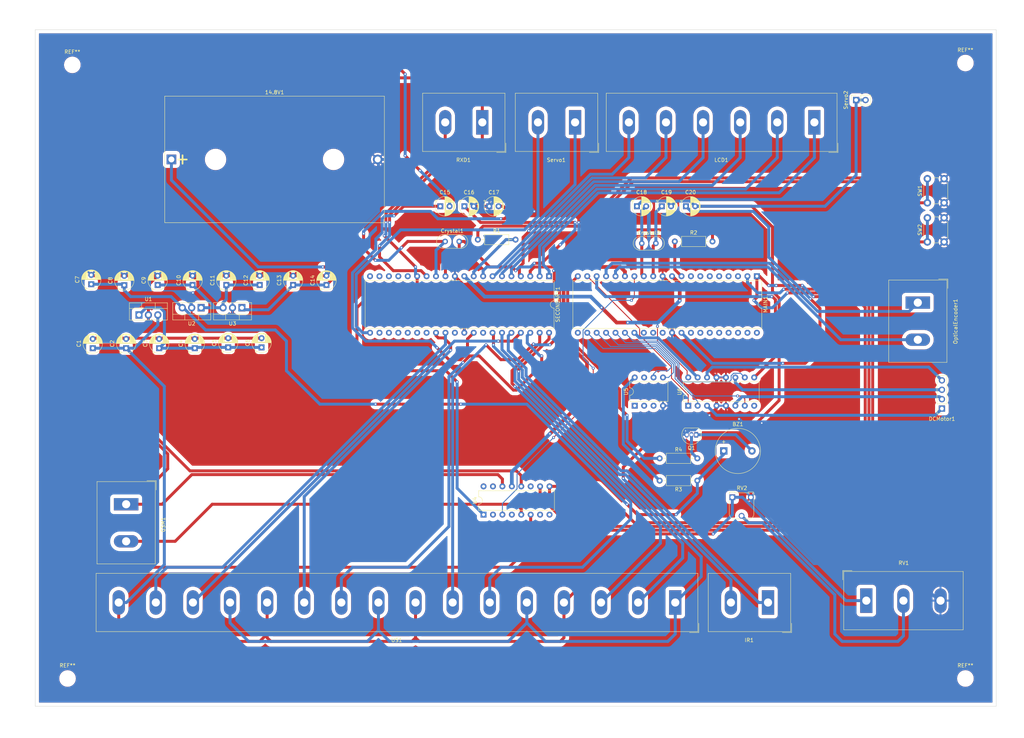
<source format=kicad_pcb>
(kicad_pcb (version 20211014) (generator pcbnew)
  (title_block (title "TrashRoboto") (date "2022-06-03") (rev "Group 18") (company "University of Moratuwa"))
  (layers (0 "F.Cu" signal) (31 "B.Cu" signal) (34 "B.Paste" user) (35 "F.Paste" user) (36 "B.SilkS" user "B.Silkscreen") (37 "F.SilkS" user "F.Silkscreen") (38 "B.Mask" user) (39 "F.Mask" user) (44 "Edge.Cuts" user))
  (net 0 "")
  (net 1 "Net-(14.8V1-Pad1)")
  (net 2 "GND")
  (net 3 "Net-(BZ1-Pad1)")
  (net 4 "Net-(BZ1-Pad2)")
  (net 5 "Net-(SECONDARY1-Pad1)")
  (net 6 "Net-(C1-Pad2)")
  (net 7 "Net-(C3-Pad1)")
  (net 8 "Net-(C10-Pad1)")
  (net 9 "Net-(C15-Pad1)")
  (net 10 "Net-(C15-Pad2)")
  (net 11 "Net-(C16-Pad1)")
  (net 12 "Net-(C17-Pad2)")
  (net 13 "Net-(DCMotor1-Pad1)")
  (net 14 "Net-(C18-Pad2)")
  (net 15 "Net-(C19-Pad1)")
  (net 16 "Net-(C20-Pad1)")
  (net 17 "Net-(C18-Pad1)")
  (net 18 "Net-(GSM1-Pad1)")
  (net 19 "Net-(GSM1-Pad2)")
  (net 20 "Net-(DCMotor1-Pad2)")
  (net 21 "Net-(DCMotor1-Pad3)")
  (net 22 "Net-(SECONDARY1-Pad2)")
  (net 23 "Net-(SECONDARY1-Pad5)")
  (net 24 "Net-(SECONDARY1-Pad6)")
  (net 25 "Net-(SECONDARY1-Pad7)")
  (net 26 "Net-(SECONDARY1-Pad8)")
  (net 27 "Net-(MAIN1-Pad1)")
  (net 34 "Net-(MAIN1-Pad9)")
  (net 35 "+5V")
  (net 36 "Net-(MAIN1-Pad14)")
  (net 37 "Net-(MAIN1-Pad15)")
  (net 38 "Net-(MAIN1-Pad16)")
  (net 39 "Net-(MAIN1-Pad17)")
  (net 40 "Net-(MAIN1-Pad18)")
  (net 41 "Net-(MAIN1-Pad19)")
  (net 42 "Net-(MAIN1-Pad20)")
  (net 44 "Net-(MAIN1-Pad22)")
  (net 45 "Net-(MAIN1-Pad23)")
  (net 46 "Net-(MAIN1-Pad24)")
  (net 47 "Net-(MAIN1-Pad25)")
  (net 48 "Net-(MAIN1-Pad26)")
  (net 49 "Net-(MAIN1-Pad27)")
  (net 61 "Net-(R1-Pad2)")
  (net 62 "Net-(R3-Pad2)")
  (net 63 "Net-(RV1-Pad1)")
  (net 64 "Net-(RV1-Pad2)")
  (net 65 "Net-(RXD1-Pad1)")
  (net 66 "Net-(RXD1-Pad2)")
  (net 67 "Net-(SECONDARY1-Pad3)")
  (net 68 "Net-(SECONDARY1-Pad4)")
  (net 74 "Net-(SECONDARY1-Pad21)")
  (net 81 "Net-(SECONDARY1-Pad28)")
  (net 82 "Net-(SECONDARY1-Pad29)")
  (net 85 "Net-(SECONDARY1-Pad34)")
  (net 86 "Net-(SECONDARY1-Pad37)")
  (net 87 "Net-(SECONDARY1-Pad38)")
  (net 88 "Net-(SECONDARY1-Pad39)")
  (net 89 "Net-(SECONDARY1-Pad40)")
  (net 94 "+12V")
  (net 95 "Net-(DCMotor1-Pad4)")
  (net 96 "Net-(IR1-Pad1)")
  (net 97 "Net-(IR1-Pad2)")
  (net 98 "Net-(Q1-Pad2)")
  (net 106 "Net-(MAIN1-Pad2)")
  (net 107 "Net-(R1-Pad1)")
  (net 108 "Net-(R2-Pad2)")
  (footprint "Capacitor_THT:CP_Radial_D5.0mm_P2.50mm" (layer "F.Cu") (at 179.793233 185.910225 90)
    (fp_text reference "C1")
    (fp_text value "470uF")
  )
  (footprint "Buzzer_Beeper:Buzzer_12x9.5RM7.6" (layer "F.Cu") (at 349.868233 213.625)
    (fp_text reference "BZ1")
    (fp_text value "Buzzer")
  )
  (footprint "Button_Switch_THT:SW_PUSH_6mm_H5mm" (layer "F.Cu") (at 404.75 157.25 90)
    (fp_text reference "SW2")
    (fp_text value "SW_Push")
  )
  (footprint "Capacitor_THT:CP_Radial_D5.0mm_P2.50mm" (layer "F.Cu") (at 197.703233 185.910225 90)
    (fp_text reference "C3")
    (fp_text value "0.1uF")
  )
  (footprint "Crystal:Crystal_HC52-U_Vertical" (layer "F.Cu") (at 327.768233 157.625)
    (fp_text reference "Crystal2")
    (fp_text value "X1")
  )
  (footprint "Capacitor_THT:CP_Radial_D5.0mm_P2.50mm" (layer "F.Cu") (at 233.793233 168.865337 90)
    (fp_text reference "C13")
    (fp_text value "0.1uF")
  )
  (footprint "Capacitor_THT:CP_Radial_D5.0mm_P2.50mm" (layer "F.Cu") (at 326.463121 147.625)
    (fp_text reference "C18")
    (fp_text value "22pF")
  )
  (footprint "Crystal:Crystal_HC52-U_Vertical" (layer "F.Cu") (at 274.768233 157.125)
    (fp_text reference "Crystal1")
    (fp_text value "X2")
  )
  (footprint "Battery:BatteryHolder_Bulgin_BX0036_1xC" (layer "F.Cu") (at 200.993233 135)
    (fp_text reference "14.8V1")
    (fp_text value "Battery")
  )
  (footprint "TerminalBlock_Dinkle:TerminalBlock_Dinkle_DT-55-B01X-06_P10.00mm" (layer "F.Cu") (at 374.293233 125 180)
    (fp_text reference "LCD1")
    (fp_text value "6")
  )
  (footprint "Connector_PinSocket_2.54mm:PinSocket_1x04_P2.54mm_Vertical" (layer "F.Cu") (at 408.668233 202.205 180)
    (fp_text reference "DCMotor1")
    (fp_text value "Conn_01x04")
  )
  (footprint "Package_DIP:DIP-8_W7.62mm" (layer "F.Cu") (at 325.868233 201.425 90)
    (fp_text reference "U5")
    (fp_text value "DS1307+")
  )
  (footprint "Package_TO_SOT_THT:TO-92_Inline" (layer "F.Cu") (at 342.438233 209.265 180)
    (fp_text reference "Q1")
    (fp_text value "BC547")
  )
  (footprint "Capacitor_THT:CP_Radial_D5.0mm_P2.50mm" (layer "F.Cu") (at 273.463121 147.625)
    (fp_text reference "C15")
    (fp_text value "100uF")
  )
  (footprint "Capacitor_THT:CP_Radial_D5.0mm_P2.50mm" (layer "F.Cu") (at 242.793233 168.865337 90)
    (fp_text reference "C14")
    (fp_text value "470uF")
  )
  (footprint "Connector_PinSocket_2.54mm:PinSocket_1x02_P2.54mm_Vertical" (layer "F.Cu") (at 385.543233 118.975 90)
    (fp_text reference "Servo2")
    (fp_text value "Conn_01x02")
  )
  (footprint "MountingHole:MountingHole_2.5mm" (layer "F.Cu") (at 415 275)
    (fp_text reference "REF**")
    (fp_text value "MountingHole_2.5mm")
  )
  (footprint "TerminalBlock_Dinkle:TerminalBlock_Dinkle_DT-55-B01X-02_P10.00mm" (layer "F.Cu") (at 284.793233 125 180)
    (fp_text reference "RXD1")
    (fp_text value "1")
  )
  (footprint "Package_TO_SOT_THT:TO-220-3_Vertical" (layer "F.Cu") (at 192.253233 176.945)
    (fp_text reference "U1")
    (fp_text value "L7805")
  )
  (footprint "TerminalBlock_Dinkle:TerminalBlock_Dinkle_DT-55-B01X-02_P10.00mm" (layer "F.Cu") (at 188.793233 228 -90)
    (fp_text reference "GSM1")
    (fp_text value "2")
  )
  (footprint "Package_DIP:DIP-40_W15.24mm" (layer "F.Cu") (at 302.793233 166.5 -90)
    (fp_text reference "SECONDARY1")
    (fp_text value "ATmega32A-P")
  )
  (footprint "MountingHole:MountingHole_2.5mm" (layer "F.Cu") (at 173 275)
    (fp_text reference "REF**")
    (fp_text value "MountingHole_2.5mm")
  )
  (footprint "Capacitor_THT:CP_Radial_D5.0mm_P2.50mm" (layer "F.Cu") (at 224.793233 168.865337 90)
    (fp_text reference "C12")
    (fp_text value "0.1uF")
  )
  (footprint "Package_TO_SOT_THT:TO-220-3_Vertical" (layer "F.Cu") (at 209 175 180)
    (fp_text reference "U2")
    (fp_text value "L7805")
  )
  (footprint "Potentiometer_THT:Potentiometer_Runtron_RM-065_Vertical" (layer "F.Cu") (at 352.168233 226.125)
    (fp_text reference "RV2")
    (fp_text value "R_Potentiometer")
  )
  (footprint "Resistor_THT:R_Axial_DIN0207_L6.3mm_D2.5mm_P10.16mm_Horizontal" (layer "F.Cu") (at 342.748233 221.625 180)
    (fp_text reference "R3")
    (fp_text value "2V Drop")
  )
  (footprint "TerminalBlock_Dinkle:TerminalBlock_Dinkle_DT-55-B01X-02_P10.00mm" (layer "F.Cu") (at 402.168233 173.625 -90)
    (fp_text reference "OpticalEncoder1")
    (fp_text value "7")
  )
  (footprint "Package_DIP:DIP-16_W7.62mm" (layer "F.Cu") (at 340.293233 201.425 90)
    (fp_text reference "U6")
    (fp_text value "L293D")
  )
  (footprint "MountingHole:MountingHole_2.5mm" (layer "F.Cu") (at 174.293233 109.5)
    (fp_text reference "REF**")
    (fp_text value "MountingHole_2.5mm")
  )
  (footprint "Capacitor_THT:CP_Radial_D5.0mm_P2.50mm" (layer "F.Cu") (at 286.668233 147.625)
    (fp_text reference "C17")
    (fp_text value "22pF")
  )
  (footprint "TerminalBlock_Dinkle:TerminalBlock_Dinkle_DT-55-B01X-02_P10.00mm" (layer "F.Cu") (at 361.793233 254.5 180)
    (fp_text reference "IR1")
    (fp_text value "4")
  )
  (footprint "Package_TO_SOT_THT:TO-220-3_Vertical" (layer "F.Cu") (at 220 175 180)
    (fp_text reference "U3")
    (fp_text value "L7812")
  )
  (footprint "Resistor_THT:R_Axial_DIN0207_L6.3mm_D2.5mm_P10.16mm_Horizontal" (layer "F.Cu") (at 336.668233 157.125)
    (fp_text reference "R2")
    (fp_text value "10k")
  )
  (footprint "Package_DIP:DIP-40_W15.24mm" (layer "F.Cu") (at 358.793233 166.5 -90)
    (fp_text reference "MAIN1")
    (fp_text value "ATmega32A-P")
  )
  (footprint "Capacitor_THT:CP_Radial_D5.0mm_P2.50mm" (layer "F.Cu") (at 215.793233 168.865337 90)
    (fp_text reference "C11")
    (fp_text value "470uF")
  )
  (footprint "Capacitor_THT:CP_Radial_D5.0mm_P2.50mm" (layer "F.Cu") (at 339.668233 147.625)
    (fp_text reference "C20")
    (fp_text value "100uF")
  )
  (footprint "Capacitor_THT:CP_Radial_D5.0mm_P2.50mm" (layer "F.Cu") (at 216.293233 185.705113 90)
    (fp_text reference "C5")
    (fp_text value "470uF")
  )
  (footprint "Capacitor_THT:CP_Radial_D5.0mm_P2.50mm" (layer "F.Cu") (at 188.793233 185.910225 90)
    (fp_text reference "C2")
    (fp_text value "0.1uF")
  )
  (footprint "Capacitor_THT:CP_Radial_D5.0mm_P2.50mm" (layer "F.Cu") (at 188.293233 168.910225 90)
    (fp_text reference "C8")
    (fp_text value "0.1uF")
  )
  (footprint "Capacitor_THT:CP_Radial_D5.0mm_P2.50mm" (layer "F.Cu") (at 333.168233 147.625)
    (fp_text reference "C19")
    (fp_text value "22pF")
  )
  (footprint "Capacitor_THT:CP_Radial_D5.0mm_P2.50mm" (layer "F.Cu") (at 206.703233 168.865337 90)
    (fp_text reference "C10")
    (fp_text value "470uF")
  )
  (footprint "Capacitor_THT:CP_Radial_D5.0mm_P2.50mm" (layer "F.Cu") (at 225.293233 185.705113 90)
    (fp_text reference "C6")
    (fp_text value "0.1uF")
  )
  (footprint "Capacitor_THT:CP_Radial_D5.0mm_P2.50mm" (layer "F.Cu") (at 179.383233 168.660225 90)
    (fp_text reference "C7")
    (fp_text value "470uF")
  )
  (footprint "TerminalBlock_Dinkle:TerminalBlock_Dinkle_DT-55-B01X-16_P10.00mm" (layer "F.Cu") (at 336.793233 254.5 180)
    (fp_text reference "US1")
    (fp_text value "3")
  )
  (footprint "MountingHole:MountingHole_2.5mm" (layer "F.Cu") (at 415 109)
    (fp_text reference "REF**")
    (fp_text value "MountingHole_2.5mm")
  )
  (footprint "Resistor_THT:R_Axial_DIN0207_L6.3mm_D2.5mm_P10.16mm_Horizontal" (layer "F.Cu") (at 283.588233 156.625)
    (fp_text reference "R1")
    (fp_text value "10k")
  )
  (footprint "Package_DIP:DIP-16_W7.62mm" (layer "F.Cu") (at 285.125 230.8 90)
    (fp_text reference "U4")
    (fp_text value "4052")
  )
  (footprint "Capacitor_THT:CP_Radial_D5.0mm_P2.50mm" (layer "F.Cu") (at 279.963121 147.625)
    (fp_text reference "C16")
    (fp_text value "22pF")
  )
  (footprint "Capacitor_THT:CP_Radial_D5.0mm_P2.50mm" (layer "F.Cu") (at 207.293233 185.910225 90)
    (fp_text reference "C4")
    (fp_text value "470uF")
  )
  (footprint "TerminalBlock_Dinkle:TerminalBlock_Dinkle_DT-55-B01X-02_P10.00mm" (layer "F.Cu") (at 309.793233 125 180)
    (fp_text reference "Servo1")
    (fp_text value "5")
  )
  (footprint "Resistor_THT:R_Axial_DIN0207_L6.3mm_D2.5mm_P10.16mm_Horizontal" (layer "F.Cu") (at 332.588233 215.625)
    (fp_text reference "R4")
    (fp_text value "2k")
  )
  (footprint "Capacitor_THT:CP_Radial_D5.0mm_P2.50mm" (layer "F.Cu") (at 197.293233 168.865337 90)
    (fp_text reference "C9")
    (fp_text value "0.1uF")
  )
  (footprint "TerminalBlock_Dinkle:TerminalBlock_Dinkle_DT-55-B01X-03_P10.00mm" (layer "F.Cu") (at 388.293233 254)
    (fp_text reference "RV1")
    (fp_text value "8")
  )
  (footprint "Button_Switch_THT:SW_PUSH_6mm_H5mm" (layer "F.Cu") (at 404.75 146.7 90)
    (fp_text reference "SW1")
    (fp_text value "SW_Push")
  )
  (gr_rect (start 423.293233 282.5) (end 164.293233 100) (layer "Edge.Cuts") (width 0.1) (fill none))
  (segment (start 244.192744 167.465826) (end 242.793233 168.865337) (width 0.8) (layer "F.Cu") (net 1))
  (segment (start 244.192744 165.785639) (end 244.192744 167.465826) (width 0.8) (layer "F.Cu") (net 1))
  (segment (start 242.407105 164) (end 244.192744 165.785639) (width 0.8) (layer "F.Cu") (net 1))
  (segment (start 241.793713 164) (end 242.407105 164) (width 0.8) (layer "F.Cu") (net 1))
  (via (at 241.793713 164) (size 0.8) (drill 0.4) (layers "F.Cu" "B.Cu") (net 1))
  (segment (start 224.407105 164) (end 241.793713 164) (width 0.8) (layer "B.Cu") (net 1))
  (segment (start 200.993233 135) (end 200.993233 140.586128) (width 0.8) (layer "B.Cu") (net 1))
  (segment (start 220.550225 175.550225) (end 220 175) (width 0.8) (layer "B.Cu") (net 1))
  (segment (start 200.993233 140.586128) (end 224.407105 164) (width 0.8) (layer "B.Cu") (net 1))
  (segment (start 227.108345 175.550225) (end 220.550225 175.550225) (width 0.8) (layer "B.Cu") (net 1))
  (segment (start 242.793233 168.865337) (end 233.793233 168.865337) (width 0.8) (layer "B.Cu") (net 1))
  (segment (start 233.793233 168.865337) (end 227.108345 175.550225) (width 0.8) (layer "B.Cu") (net 1))
  (segment (start 335.933233 181.825) (end 335.933233 181.74) (width 0.8) (layer "F.Cu") (net 2))
  (segment (start 347.913233 202.086767) (end 347.913233 201.425) (width 0.8) (layer "F.Cu") (net 2))
  (segment (start 357.168233 222.831767) (end 362 218) (width 0.8) (layer "F.Cu") (net 2))
  (segment (start 194.793233 176.855225) (end 194.793233 168.865337) (width 0.8) (layer "F.Cu") (net 2))
  (segment (start 217.46 178.333233) (end 217.46 175) (width 0.8) (layer "F.Cu") (net 2))
  (segment (start 215.793233 180) (end 217.46 178.333233) (width 0.8) (layer "F.Cu") (net 2))
  (segment (start 207.367592 171) (end 208.102744 170.264848) (width 0.8) (layer "F.Cu") (net 2))
  (segment (start 354 205) (end 354 204.971767) (width 0.8) (layer "F.Cu") (net 2))
  (segment (start 354 204.971767) (end 350.453233 201.425) (width 0.8) (layer "F.Cu") (net 2))
  (segment (start 347.913233 193.805) (end 335.933233 181.825) (width 0.8) (layer "F.Cu") (net 2))
  (segment (start 362 208) (end 361 207) (width 0.8) (layer "F.Cu") (net 2))
  (segment (start 194.793233 168.865337) (end 197.293233 166.365337) (width 0.8) (layer "F.Cu") (net 2))
  (segment (start 346 204) (end 347.913233 202.086767) (width 0.8) (layer "F.Cu") (net 2))
  (segment (start 362 218) (end 362 208) (width 0.8) (layer "F.Cu") (net 2))
  (segment (start 310.793233 151) (end 308.793233 149) (width 0.8) (layer "F.Cu") (net 2))
  (segment (start 179.588345 166.365337) (end 179.383233 166.160225) (width 0.8) (layer "F.Cu") (net 2))
  (segment (start 357.168233 226.125) (end 357.168233 222.831767) (width 0.8) (layer "F.Cu") (net 2))
  (segment (start 196.365621 180) (end 215.793233 180) (width 0.8) (layer "F.Cu") (net 2))
  (segment (start 194.793233 178.427612) (end 196.365621 180) (width 0.8) (layer "F.Cu") (net 2))
  (segment (start 335.933233 169.04) (end 333.393233 166.5) (width 0.8) (layer "F.Cu") (net 2))
  (segment (start 302 171) (end 281.893233 171) (width 0.8) (layer "F.Cu") (net 2))
  (segment (start 197.293233 166.365337) (end 242.793233 166.365337) (width 0.8) (layer "F.Cu") (net 2))
  (segment (start 304 165) (end 304.192744 165.192744) (width 0.8) (layer "F.Cu") (net 2))
  (segment (start 197.293233 166.365337) (end 179.588345 166.365337) (width 0.8) (layer "F.Cu") (net 2))
  (segment (start 194.793233 176.855225) (end 194.793233 178.427612) (width 0.8) (layer "F.Cu") (net 2))
  (segment (start 279.933233 180.066767) (end 281.893233 178.106767) (width 0.8) (layer "F.Cu") (net 2))
  (segment (start 304.192744 165.192744) (end 304.192744 168.807256) (width 0.8) (layer "F.Cu") (net 2))
  (segment (start 279.933233 181.74) (end 279.933233 180.066767) (width 0.8) (layer "F.Cu") (net 2))
  (segment (start 304.192744 168.807256) (end 302 171) (width 0.8) (layer "F.Cu") (net 2))
  (segment (start 308.793233 149) (end 298.793233 149) (width 0.8) (layer "F.Cu") (net 2))
  (segment (start 208.102744 167.764848) (end 206.703233 166.365337) (width 0.8) (layer "F.Cu") (net 2))
  (segment (start 281.893233 178.106767) (end 281.893233 171) (width 0.8) (layer "F.Cu") (net 2))
  (segment (start 361 207) (end 360.103383 206.103383) (width 0.8) (layer "F.Cu") (net 2))
  (segment (start 208.102744 170.264848) (end 208.102744 167.764848) (width 0.8) (layer "F.Cu") (net 2))
  (segment (start 281.893233 171) (end 277.393233 166.5) (width 0.8) (layer "F.Cu") (net 2))
  (segment (start 347.913233 201.425) (end 347.913233 193.805) (width 0.8) (layer "F.Cu") (net 2))
  (segment (start 282.463121 147.625) (end 286.668233 147.625) (width 0.8) (layer "F.Cu") (net 2))
  (segment (start 335.933233 181.74) (end 335.933233 169.04) (width 0.8) (layer "F.Cu") (net 2))
  (segment (start 206.793233 171) (end 207.367592 171) (width 0.8) (layer "F.Cu") (net 2))
  (segment (start 310.793233 152) (end 310.793233 151) (width 0.8) (layer "F.Cu") (net 2))
  (via (at 206.793233 171) (size 0.8) (drill 0.4) (layers "F.Cu" "B.Cu") (net 2))
  (via (at 310.793233 152) (size 0.8) (drill 0.4) (layers "F.Cu" "B.Cu") (net 2))
  (via (at 360.103383 206.103383) (size 0.8) (drill 0.4) (layers "F.Cu" "B.Cu") (net 2))
  (via (at 346 204) (size 0.8) (drill 0.4) (layers "F.Cu" "B.Cu") (net 2))
  (via (at 354 205) (size 0.8) (drill 0.4) (layers "F.Cu" "B.Cu") (net 2))
  (via (at 298.793233 149) (size 0.8) (drill 0.4) (layers "F.Cu" "B.Cu") (net 2))
  (via (at 304 165) (size 0.8) (drill 0.4) (layers "F.Cu" "B.Cu") (net 2))
  (segment (start 397.793233 244) (end 374.206767 244) (width 0.8) (layer "B.Cu") (net 2))
  (segment (start 340.702442 207.91548) (end 339.898233 208.719689) (width 0.8) (layer "B.Cu") (net 2))
  (segment (start 250.793233 155) (end 246.793233 155) (width 0.8) (layer "B.Cu") (net 2))
  (segment (start 333.488233 202.855) (end 339.898233 209.265) (width 0.8) (layer "B.Cu") (net 2))
  (segment (start 346 204) (end 342.08452 207.91548) (width 0.8) (layer "B.Cu") (net 2))
  (segment (start 298.793233 149) (end 296.018722 146.225489) (width 0.8) (layer "B.Cu") (net 2))
  (segment (start 288.067744 146.225489) (end 286.668233 147.625) (width 0.8) (layer "B.Cu") (net 2))
  (segment (start 408.293233 253.875) (end 407.668233 253.875) (width 0.8) (layer "B.Cu") (net 2))
  (segment (start 374.206767 244) (end 357.168233 226.961466) (width 0.8) (layer "B.Cu") (net 2))
  (segment (start 355.103383 206.103383) (end 360.103383 206.103383) (width 0.8) (layer "B.Cu") (net 2))
  (segment (start 342.08452 207.91548) (end 340.702442 207.91548) (width 0.8) (layer "B.Cu") (net 2))
  (segment (start 256.793233 149) (end 250.793233 155) (width 0.8) (layer "B.Cu") (net 2))
  (segment (start 282.463121 147.625) (end 283.862632 149.024511) (width 0.8) (layer "B.Cu") (net 2))
  (segment (start 283.862632 149.024511) (end 298.768722 149.024511) (width 0.8) (layer "B.Cu") (net 2))
  (segment (start 242.793233 159) (end 242.793233 166.365337) (width 0.8) (layer "B.Cu") (net 2))
  (segment (start 310.793233 152) (end 310.793233 158.206767) (width 0.8) (layer "B.Cu") (net 2))
  (segment (start 357.168233 226.961466) (end 357.168233 226) (width 0.8) (layer "B.Cu") (net 2))
  (segment (start 206.253233 171.54) (end 206.793233 171) (width 0.8) (layer "B.Cu") (net 2))
  (segment (start 256.793233 135.2) (end 256.793233 149) (width 0.8) (layer "B.Cu") (net 2))
  (segment (start 354 205) (end 355.103383 206.103383) (width 0.8) (layer "B.Cu") (net 2))
  (segment (start 269.838121 135) (end 282.463121 147.625) (width 0.8) (layer "B.Cu") (net 2))
  (segment (start 339.898233 208.719689) (end 339.898233 209.265) (width 0.8) (layer "B.Cu") (net 2))
  (segment (start 310.793233 158.206767) (end 304 165) (width 0.8) (layer "B.Cu") (net 2))
  (segment (start 407.668233 253.875) (end 397.793233 244) (width 0.8) (layer "B.Cu") (net 2))
  (segment (start 246.793233 155) (end 242.793233 159) (width 0.8) (layer "B.Cu") (net 2))
  (segment (start 256.593233 135) (end 256.793233 135.2) (width 0.8) (layer "B.Cu") (net 2))
  (segment (start 206.253233 174.793233) (end 206.253233 171.54) (width 0.8) (layer "B.Cu") (net 2))
  (segment (start 298.768722 149.024511) (end 298.793233 149) (width 0.8) (layer "B.Cu") (net 2))
  (segment (start 256.593233 135) (end 269.838121 135) (width 0.8) (layer "B.Cu") (net 2))
  (segment (start 206.46 175) (end 206.253233 174.793233) (width 0.8) (layer "B.Cu") (net 2))
  (segment (start 296.018722 146.225489) (end 288.067744 146.225489) (width 0.8) (layer "B.Cu") (net 2))
  (segment (start 333.488233 201.425) (end 333.488233 202.855) (width 0.8) (layer "B.Cu") (net 2))
  (segment (start 323.793733 228.016904) (end 326.570062 230.793233) (width 0.8) (layer "F.Cu") (net 3))
  (segment (start 326.570062 230.793233) (end 337 230.793233) (width 0.8) (layer "F.Cu") (net 3))
  (segment (start 256 201) (end 279 201) (width 0.8) (layer "F.Cu") (net 3))
  (via (at 323.793733 228.016904) (size 0.8) (drill 0.4) (layers "F.Cu" "B.Cu") (net 3))
  (via (at 256 201) (size 0.8) (drill 0.4) (layers "F.Cu" "B.Cu") (net 3))
  (via (at 337 230.793233) (size 0.8) (drill 0.4) (layers "F.Cu" "B.Cu") (net 3))
  (via (at 279 201) (size 0.8) (drill 0.4) (layers "F.Cu" "B.Cu") (net 3))
  (segment (start 188.043233 168.660225) (end 188.293233 168.910225) (width 0.8) (layer "B.Cu") (net 3))
  (segment (start 203.92 175) (end 200.92 172) (width 0.8) (layer "B.Cu") (net 3))
  (segment (start 323.793733 228.016904) (end 296.776829 201) (width 0.8) (layer "B.Cu") (net 3))
  (segment (start 229 181) (end 210.217613 181) (width 0.8) (layer "B.Cu") (net 3))
  (segment (start 342.748233 221.625) (end 342.748233 225.045) (width 0.8) (layer "B.Cu") (net 3))
  (segment (start 256 201) (end 241 201) (width 0.8) (layer "B.Cu") (net 3))
  (segment (start 204.217613 175) (end 203.92 175) (width 0.8) (layer "B.Cu") (net 3))
  (segment (start 342.748233 221.625) (end 349.868233 214.505) (width 0.8) (layer "B.Cu") (net 3))
  (segment (start 179.383233 168.660225) (end 188.043233 168.660225) (width 0.8) (layer "B.Cu") (net 3))
  (segment (start 296.776829 201) (end 279 201) (width 0.8) (layer "B.Cu") (net 3))
  (segment (start 342.748233 225.045) (end 337 230.793233) (width 0.8) (layer "B.Cu") (net 3))
  (segment (start 190 172) (end 188.293233 170.293233) (width 0.8) (layer "B.Cu") (net 3))
  (segment (start 232 192) (end 232 184) (width 0.8) (layer "B.Cu") (net 3))
  (segment (start 241 201) (end 232 192) (width 0.8) (layer "B.Cu") (net 3))
  (segment (start 232 184) (end 229 181) (width 0.8) (layer "B.Cu") (net 3))
  (segment (start 349.868233 214.505) (end 349.868233 213.625) (width 0.8) (layer "B.Cu") (net 3))
  (segment (start 210.217613 181) (end 204.217613 175) (width 0.8) (layer "B.Cu") (net 3))
  (segment (start 200.92 172) (end 190 172) (width 0.8) (layer "B.Cu") (net 3))
  (segment (start 188.293233 170.293233) (end 188.293233 168.910225) (width 0.8) (layer "B.Cu") (net 3))
  (segment (start 353.108233 209.265) (end 342.438233 209.265) (width 0.8) (layer "B.Cu") (net 4))
  (segment (start 357.468233 213.625) (end 353.108233 209.265) (width 0.8) (layer "B.Cu") (net 4))
  (segment (start 301.252753 158.781082) (end 301.252753 163.45952) (width 0.8) (layer "B.Cu") (net 5))
  (segment (start 374.293233 134.5) (end 364.793233 144) (width 0.8) (layer "B.Cu") (net 5))
  (segment (start 301.252753 163.45952) (end 302.793233 165) (width 0.8) (layer "B.Cu") (net 5))
  (segment (start 302.793233 165) (end 302.793233 166.5) (width 0.8) (layer "B.Cu") (net 5))
  (segment (start 374.293233 125) (end 374.293233 134.5) (width 0.8) (layer "B.Cu") (net 5))
  (segment (start 364.793233 144) (end 316.033835 144) (width 0.8) (layer "B.Cu") (net 5))
  (segment (start 316.033835 144) (end 301.252753 158.781082) (width 0.8) (layer "B.Cu") (net 5))
  (segment (start 225.293233 183.205113) (end 179.998345 183.205113) (width 0.8) (layer "F.Cu") (net 6))
  (segment (start 179.998345 183.205113) (end 179.793233 183.410225) (width 0.8) (layer "F.Cu") (net 6))
  (segment (start 197.703233 185.910225) (end 199.102744 184.510714) (width 0.8) (layer "B.Cu") (net 7))
  (segment (start 207.498345 185.705113) (end 207.293233 185.910225) (width 0.8) (layer "B.Cu") (net 7))
  (segment (start 207.293233 185.910225) (end 197.703233 185.910225) (width 0.8) (layer "B.Cu") (net 7))
  (segment (start 199.102744 184.510714) (end 199.102744 176.102744) (width 0.8) (layer "B.Cu") (net 7))
  (segment (start 194.198233 175) (end 192.253233 176.945) (width 0.8) (layer "B.Cu") (net 7))
  (segment (start 199.102744 176.102744) (end 198 175) (width 0.8) (layer "B.Cu") (net 7))
  (segment (start 225.293233 185.705113) (end 207.498345 185.705113) (width 0.8) (layer "B.Cu") (net 7))
  (segment (start 198 175) (end 194.198233 175) (width 0.8) (layer "B.Cu") (net 7))
  (segment (start 206.703233 168.865337) (end 212.837896 175) (width 0.8) (layer "B.Cu") (net 8))
  (segment (start 212.837896 175) (end 214.92 175) (width 0.8) (layer "B.Cu") (net 8))
  (segment (start 215.793233 168.865337) (end 215.793233 172.740225) (width 0.8) (layer "B.Cu") (net 8))
  (segment (start 224.793233 168.865337) (end 215.793233 168.865337) (width 0.8) (layer "B.Cu") (net 8))
  (segment (start 215.793233 172.740225) (end 214.92 173.613458) (width 0.8) (layer "B.Cu") (net 8))
  (segment (start 209 175) (end 214.92 175) (width 0.8) (layer "B.Cu") (net 8))
  (segment (start 197.293233 168.865337) (end 206.703233 168.865337) (width 0.8) (layer "B.Cu") (net 8))
  (segment (start 214.92 173.613458) (end 214.92 175) (width 0.8) (layer "B.Cu") (net 8))
  (segment (start 278.966165 189) (end 275.793233 189) (width 0.8) (layer "F.Cu") (net 9))
  (segment (start 275.793233 189) (end 272.586466 185.793233) (width 0.8) (layer "F.Cu") (net 9))
  (segment (start 280.793233 187.172932) (end 278.966165 189) (width 0.8) (layer "F.Cu") (net 9))
  (segment (start 280.793233 183.42) (end 280.793233 187.172932) (width 0.8) (layer "F.Cu") (net 9))
  (segment (start 282.473233 181.74) (end 280.793233 183.42) (width 0.8) (layer "F.Cu") (net 9))
  (segment (start 263.581767 147.625) (end 261 150.206767) (width 0.8) (layer "F.Cu") (net 9))
  (segment (start 273.463121 147.625) (end 263.581767 147.625) (width 0.8) (layer "F.Cu") (net 9))
  (via (at 272.586466 185.793233) (size 0.8) (drill 0.4) (layers "F.Cu" "B.Cu") (net 9))
  (via (at 261 150.206767) (size 0.8) (drill 0.4) (layers "F.Cu" "B.Cu") (net 9))
  (segment (start 257.793233 151) (end 257.793233 154.759424) (width 0.8) (layer "B.Cu") (net 9))
  (segment (start 249.793233 165.586466) (end 249.793233 180.413534) (width 0.8) (layer "B.Cu") (net 9))
  (segment (start 256.086947 156.46571) (end 256.086947 159.292752) (width 0.8) (layer "B.Cu") (net 9))
  (segment (start 249.793233 180.413534) (end 253.379699 184) (width 0.8) (layer "B.Cu") (net 9))
  (segment (start 253.379699 184) (end 270.793233 184) (width 0.8) (layer "B.Cu") (net 9))
  (segment (start 257.793233 154.759424) (end 256.086947 156.46571) (width 0.8) (layer "B.Cu") (net 9))
  (segment (start 270.793233 184) (end 272.586466 185.793233) (width 0.8) (layer "B.Cu") (net 9))
  (segment (start 261 150.206767) (end 258.586466 150.206767) (width 0.8) (layer "B.Cu") (net 9))
  (segment (start 256.086947 159.292752) (end 249.793233 165.586466) (width 0.8) (layer "B.Cu") (net 9))
  (segment (start 258.586466 150.206767) (end 257.793233 151) (width 0.8) (layer "B.Cu") (net 9))
  (segment (start 177 243) (end 177 223) (width 0.8) (layer "F.Cu") (net 10))
  (segment (start 179 245) (end 177 243) (width 0.8) (layer "F.Cu") (net 10))
  (segment (start 179 221) (end 197.443233 221) (width 0.8) (layer "F.Cu") (net 10))
  (segment (start 199 111) (end 263 111) (width 0.8) (layer "F.Cu") (net 10))
  (segment (start 268 138) (end 264 134) (width 0.8) (layer "F.Cu") (net 10))
  (segment (start 177 223) (end 179 221) (width 0.8) (layer "F.Cu") (net 10))
  (segment (start 167.795156 161.343941) (end 178.551671 150.587426) (width 0.8) (layer "F.Cu") (net 10))
  (segment (start 292 245) (end 179 245) (width 0.8) (layer "F.Cu") (net 10))
  (segment (start 297.825 239.175) (end 292 245) (width 0.8) (layer "F.Cu") (net 10))
  (segment (start 297.825 230.8) (end 297.825 239.175) (width 0.8) (layer "F.Cu") (net 10))
  (segment (start 200 214.413534) (end 167.795156 182.20869) (width 0.8) (layer "F.Cu") (net 10))
  (segment (start 178.551671 150.587426) (end 178.551671 131.448329) (width 0.8) (layer "F.Cu") (net 10))
  (segment (start 167.795157 181.380661) (end 167.795156 161.343941) (width 0.8) (layer "F.Cu") (net 10))
  (segment (start 167.795156 182.20869) (end 167.795157 181.380661) (width 0.8) (layer "F.Cu") (net 10))
  (segment (start 200 218.443233) (end 200 214.413534) (width 0.8) (layer "F.Cu") (net 10))
  (segment (start 263 111) (end 264 112) (width 0.8) (layer "F.Cu") (net 10))
  (segment (start 197.443233 221) (end 200 218.443233) (width 0.8) (layer "F.Cu") (net 10))
  (segment (start 178.551671 131.448329) (end 199 111) (width 0.8) (layer "F.Cu") (net 10))
  (via (at 264 134) (size 0.8) (drill 0.4) (layers "F.Cu" "B.Cu") (net 10))
  (via (at 264 112) (size 0.8) (drill 0.4) (layers "F.Cu" "B.Cu") (net 10))
  (via (at 268 138) (size 0.8) (drill 0.4) (layers "F.Cu" "B.Cu") (net 10))
  (segment (start 268 138) (end 275.963121 145.963121) (width 0.8) (layer "B.Cu") (net 10))
  (segment (start 275.963121 145.963121) (end 275.963121 147.625) (width 0.8) (layer "B.Cu") (net 10))
  (segment (start 264 112) (end 264 134) (width 0.8) (layer "B.Cu") (net 10))
  (segment (start 305.793233 158) (end 300.792753 163.00048) (width 0.8) (layer "F.Cu") (net 11))
  (segment (start 284.338121 152) (end 309.793233 152) (width 0.8) (layer "F.Cu") (net 11))
  (segment (start 300.792753 163.00048) (end 298.793713 163.00048) (width 0.8) (layer "F.Cu") (net 11))
  (segment (start 292.793233 164) (end 286.793233 164) (width 0.8) (layer "F.Cu") (net 11))
  (segment (start 286.793233 164) (end 279.918233 157.125) (width 0.8) (layer "F.Cu") (net 11))
  (segment (start 278.568233 157.125) (end 278.568233 160.01) (width 0.8) (layer "F.Cu") (net 11))
  (segment (start 279.918233 157.125) (end 278.568233 157.125) (width 0.8) (layer "F.Cu") (net 11))
  (segment (start 278.568233 160.01) (end 274.853233 163.725) (width 0.8) (layer "F.Cu") (net 11))
  (segment (start 279.963121 147.625) (end 284.338121 152) (width 0.8) (layer "F.Cu") (net 11))
  (segment (start 293.793233 165) (end 292.793233 164) (width 0.8) (layer "F.Cu") (net 11))
  (segment (start 298.793713 163.00048) (end 298.793233 163) (width 0.8) (layer "F.Cu") (net 11))
  (segment (start 274.853233 163.725) (end 274.853233 166.5) (width 0.8) (layer "F.Cu") (net 11))
  (via (at 293.793233 165) (size 0.8) (drill 0.4) (layers "F.Cu" "B.Cu") (net 11))
  (via (at 305.793233 158) (size 0.8) (drill 0.4) (layers "F.Cu" "B.Cu") (net 11))
  (via (at 309.793233 152) (size 0.8) (drill 0.4) (layers "F.Cu" "B.Cu") (net 11))
  (via (at 298.793233 163) (size 0.8) (drill 0.4) (layers "F.Cu" "B.Cu") (net 11))
  (segment (start 305.793233 158) (end 309.793233 154) (width 0.8) (layer "B.Cu") (net 11))
  (segment (start 293.793233 165) (end 294.793233 164) (width 0.8) (layer "B.Cu") (net 11))
  (segment (start 297.793233 164) (end 298.793233 163) (width 0.8) (layer "B.Cu") (net 11))
  (segment (start 294.793233 164) (end 297.793233 164) (width 0.8) (layer "B.Cu") (net 11))
  (segment (start 309.793233 154) (end 309.793233 152) (width 0.8) (layer "B.Cu") (net 11))
  (segment (start 292.293233 149.5) (end 290.418233 147.625) (width 0.8) (layer "F.Cu") (net 12))
  (segment (start 274.768233 157.125) (end 264.668233 157.125) (width 0.8) (layer "F.Cu") (net 12))
  (segment (start 256 162.206767) (end 252.793233 159) (width 0.8) (layer "F.Cu") (net 12))
  (segment (start 252.793233 159) (end 252.793233 155) (width 0.8) (layer "F.Cu") (net 12))
  (segment (start 264.668233 157.125) (end 263 158.793233) (width 0.8) (layer "F.Cu") (net 12))
  (segment (start 290.793233 151) (end 292.293233 149.5) (width 0.8) (layer "F.Cu") (net 12))
  (segment (start 289.793233 151) (end 290.793233 151) (width 0.8) (layer "F.Cu") (net 12))
  (segment (start 290.418233 147.625) (end 289.168233 147.625) (width 0.8) (layer "F.Cu") (net 12))
  (via (at 256 162.206767) (size 0.8) (drill 0.4) (layers "F.Cu" "B.Cu") (net 12))
  (via (at 263 158.793233) (size 0.8) (drill 0.4) (layers "F.Cu" "B.Cu") (net 12))
  (via (at 252.793233 155) (size 0.8) (drill 0.4) (layers "F.Cu" "B.Cu") (net 12))
  (via (at 289.793233 151) (size 0.8) (drill 0.4) (layers "F.Cu" "B.Cu") (net 12))
  (segment (start 252.793233 155) (end 252.793233 154.413534) (width 0.8) (layer "B.Cu") (net 12))
  (segment (start 258.206767 149) (end 270.793233 149) (width 0.8) (layer "B.Cu") (net 12))
  (segment (start 259.586466 162.206767) (end 256 162.206767) (width 0.8) (layer "B.Cu") (net 12))
  (segment (start 274.768233 157.125) (end 272.893233 159) (width 0.8) (layer "B.Cu") (net 12))
  (segment (start 270.793233 149) (end 272.793233 151) (width 0.8) (layer "B.Cu") (net 12))
  (segment (start 272.793233 151) (end 289.793233 151) (width 0.8) (layer "B.Cu") (net 12))
  (segment (start 263 158.793233) (end 259.586466 162.206767) (width 0.8) (layer "B.Cu") (net 12))
  (segment (start 272.313233 159.48) (end 272.313233 166.5) (width 0.8) (layer "B.Cu") (net 12))
  (segment (start 252.793233 154.413534) (end 258.206767 149) (width 0.8) (layer "B.Cu") (net 12))
  (segment (start 272.893233 159) (end 272.793233 159) (width 0.8) (layer "B.Cu") (net 12))
  (segment (start 272.793233 159) (end 272.313233 159.48) (width 0.8) (layer "B.Cu") (net 12))
  (segment (start 406.873233 204) (end 347.948233 204) (width 0.8) (layer "B.Cu") (net 13))
  (segment (start 408.668233 202.205) (end 406.873233 204) (width 0.8) (layer "B.Cu") (net 13))
  (segment (start 347.948233 204) (end 345.373233 201.425) (width 0.8) (layer "B.Cu") (net 13))
  (segment (start 327.768233 165.955) (end 328.313233 166.5) (width 0.8) (layer "F.Cu") (net 14))
  (segment (start 327.768233 157.625) (end 327.768233 165.955) (width 0.8) (layer "F.Cu") (net 14))
  (segment (start 327.768233 157.625) (end 327.768233 148.819888) (width 0.8) (layer "B.Cu") (net 14))
  (segment (start 327.768233 148.819888) (end 328.963121 147.625) (width 0.8) (layer "B.Cu") (net 14))
  (segment (start 330.853233 166.5) (end 330.853233 158.34) (width 0.8) (layer "F.Cu") (net 15))
  (segment (start 330.853233 158.34) (end 331.568233 157.625) (width 0.8) (layer "F.Cu") (net 15))
  (segment (start 331.568233 157.625) (end 331.568233 149.225) (width 0.8) (layer "B.Cu") (net 15))
  (segment (start 331.568233 149.225) (end 333.168233 147.625) (width 0.8) (layer "B.Cu") (net 15))
  (segment (start 375.793233 186) (end 371.793233 190) (width 0.8) (layer "F.Cu") (net 16))
  (segment (start 373.206767 172.586466) (end 375.793233 175.172932) (width 0.8) (layer "F.Cu") (net 16))
  (segment (start 375.793233 175.172932) (end 375.793233 186) (width 0.8) (layer "F.Cu") (net 16))
  (segment (start 371.793233 190) (end 365.793233 190) (width 0.8) (layer "F.Cu") (net 16))
  (via (at 365.793233 190) (size 0.8) (drill 0.4) (layers "F.Cu" "B.Cu") (net 16))
  (via (at 373.206767 172.586466) (size 0.8) (drill 0.4) (layers "F.Cu" "B.Cu") (net 16))
  (segment (start 365.793233 190) (end 346.733233 190) (width 0.8) (layer "B.Cu") (net 16))
  (segment (start 339.668233 147.625) (end 341.067744 149.024511) (width 0.8) (layer "B.Cu") (net 16))
  (segment (start 341.067744 149.024511) (end 357.817744 149.024511) (width 0.8) (layer "B.Cu") (net 16))
  (segment (start 362 153.206767) (end 362 161.379699) (width 0.8) (layer "B.Cu") (net 16))
  (segment (start 357.817744 149.024511) (end 362 153.206767) (width 0.8) (layer "B.Cu") (net 16))
  (segment (start 362 161.379699) (end 373.206767 172.586466) (width 0.8) (layer "B.Cu") (net 16))
  (segment (start 346.733233 190) (end 338.473233 181.74) (width 0.8) (layer "B.Cu") (net 16))
  (segment (start 322.793233 218) (end 333.887744 206.905489) (width 0.8) (layer "F.Cu") (net 17))
  (segment (start 357.887744 206.905489) (end 364.792752 200.000481) (width 0.8) (layer "F.Cu") (net 17))
  (segment (start 364.792752 200.000481) (end 364.792752 172.379218) (width 0.8) (layer "F.Cu") (net 17))
  (segment (start 333.887744 206.905489) (end 357.887744 206.905489) (width 0.8) (layer "F.Cu") (net 17))
  (segment (start 363 170.586466) (end 363 153.206767) (width 0.8) (layer "F.Cu") (net 17))
  (segment (start 364.792752 172.379218) (end 363 170.586466) (width 0.8) (layer "F.Cu") (net 17))
  (segment (start 322.793233 221) (end 322.793233 218) (width 0.8) (layer "F.Cu") (net 17))
  (segment (start 357.418233 147.625) (end 342.168233 147.625) (width 0.8) (layer "F.Cu") (net 17))
  (segment (start 363 153.206767) (end 357.418233 147.625) (width 0.8) (layer "F.Cu") (net 17))
  (via (at 322.793233 221) (size 0.8) (drill 0.4) (layers "F.Cu" "B.Cu") (net 17))
  (segment (start 388.083233 118.975) (end 385.543233 118.975) (width 0.8) (layer "B.Cu") (net 17))
  (segment (start 343.793233 247.5) (end 336.793233 254.5) (width 0.8) (layer "B.Cu") (net 17))
  (segment (start 334.268722 146.225489) (end 327.862632 146.225489) (width 0.8) (layer "B.Cu") (net 17))
  (segment (start 336.793233 254.5) (end 336.793233 263) (width 0.8) (layer "B.Cu") (net 17))
  (segment (start 291.793233 265) (end 259.793233 265) (width 0.8) (layer "B.Cu") (net 17))
  (segment (start 385.543233 139.25) (end 377.168233 147.625) (width 0.8) (layer "B.Cu") (net 17))
  (segment (start 322.793233 221) (end 322.793233 221.172932) (width 0.8) (layer "B.Cu") (net 17))
  (segment (start 296.793233 260) (end 291.793233 265) (width 0.8) (layer "B.Cu") (net 17))
  (segment (start 377.168233 147.625) (end 342.168233 147.625) (width 0.8) (layer "B.Cu") (net 17))
  (segment (start 256.793233 262) (end 253.793233 265) (width 0.8) (layer "B.Cu") (net 17))
  (segment (start 342.168233 147.625) (end 340.768722 146.225489) (width 0.8) (layer "B.Cu") (net 17))
  (segment (start 336.793233 263) (end 334.793233 265) (width 0.8) (layer "B.Cu") (net 17))
  (segment (start 340.768722 146.225489) (end 337.067744 146.225489) (width 0.8) (layer "B.Cu") (net 17))
  (segment (start 335.668233 147.625) (end 334.268722 146.225489) (width 0.8) (layer "B.Cu") (net 17))
  (segment (start 327.862632 146.225489) (end 326.463121 147.625) (width 0.8) (layer "B.Cu") (net 17))
  (segment (start 385.543233 118.975) (end 385.543233 139.25) (width 0.8) (layer "B.Cu") (net 17))
  (segment (start 343.793233 242.172932) (end 343.793233 247.5) (width 0.8) (layer "B.Cu") (net 17))
  (segment (start 256.793233 262) (end 256.793233 254.5) (width 0.8) (layer "B.Cu") (net 17))
  (segment (start 322.793233 221.172932) (end 343.793233 242.172932) (width 0.8) (layer "B.Cu") (net 17))
  (segment (start 216.793233 260) (end 216.793233 254.5) (width 0.8) (layer "B.Cu") (net 17))
  (segment (start 301.793233 265) (end 296.793233 260) (width 0.8) (layer "B.Cu") (net 17))
  (segment (start 221.793233 265) (end 216.793233 260) (width 0.8) (layer "B.Cu") (net 17))
  (segment (start 296.793233 254.5) (end 296.793233 260) (width 0.8) (layer "B.Cu") (net 17))
  (segment (start 253.793233 265) (end 221.793233 265) (width 0.8) (layer "B.Cu") (net 17))
  (segment (start 259.793233 265) (end 256.793233 262) (width 0.8) (layer "B.Cu") (net 17))
  (segment (start 334.793233 265) (end 301.793233 265) (width 0.8) (layer "B.Cu") (net 17))
  (segment (start 337.067744 146.225489) (end 335.668233 147.625) (width 0.8) (layer "B.Cu") (net 17))
  (segment (start 198.5 228) (end 206.5 220) (width 0.8) (layer "F.Cu") (net 18))
  (segment (start 290.205 221.205) (end 290.205 223.18) (width 0.8) (layer "F.Cu") (net 18))
  (segment (start 188.793233 228) (end 198.5 228) (width 0.8) (layer "F.Cu") (net 18))
  (segment (start 289 220) (end 290.205 221.205) (width 0.8) (layer "F.Cu") (net 18))
  (segment (start 206.5 220) (end 289 220) (width 0.8) (layer "F.Cu") (net 18))
  (segment (start 212 228) (end 202 238) (width 0.8) (layer "F.Cu") (net 19))
  (segment (start 295.285 229.285) (end 294 228) (width 0.8) (layer "F.Cu") (net 19))
  (segment (start 294 228) (end 212 228) (width 0.8) (layer "F.Cu") (net 19))
  (segment (start 202 238) (end 188.793233 238) (width 0.8) (layer "F.Cu") (net 19))
  (segment (start 295.285 230.8) (end 295.285 229.285) (width 0.8) (layer "F.Cu") (net 19))
  (segment (start 408.003233 199) (end 354.793233 199) (width 0.8) (layer "B.Cu") (net 20))
  (segment (start 352.993233 200.8) (end 352.993233 201.425) (width 0.8) (layer "B.Cu") (net 20))
  (segment (start 354.793233 199) (end 352.993233 200.8) (width 0.8) (layer "B.Cu") (net 20))
  (segment (start 408.668233 199.665) (end 408.003233 199) (width 0.8) (layer "B.Cu") (net 20))
  (segment (start 408.668233 197.125) (end 354.918233 197.125) (width 0.8) (layer "B.Cu") (net 21))
  (segment (start 354.918233 197.125) (end 352.993233 195.2) (width 0.8) (layer "B.Cu") (net 21))
  (segment (start 352.993233 195.2) (end 352.993233 193.805) (width 0.8) (layer "B.Cu") (net 21))
  (segment (start 364.293233 125) (end 364.293233 134.5) (width 0.8) (layer "B.Cu") (net 22))
  (segment (start 300.253233 158.367068) (end 300.253233 166.5) (width 0.8) (layer "B.Cu") (net 22))
  (segment (start 355.793233 143) (end 315.620301 143) (width 0.8) (layer "B.Cu") (net 22))
  (segment (start 364.293233 134.5) (end 355.793233 143) (width 0.8) (layer "B.Cu") (net 22))
  (segment (start 315.620301 143) (end 300.253233 158.367068) (width 0.8) (layer "B.Cu") (net 22))
  (segment (start 354.293233 134.5) (end 346.793233 142) (width 0.8) (layer "B.Cu") (net 23))
  (segment (start 354.293233 125) (end 354.293233 134.5) (width 0.8) (layer "B.Cu") (net 23))
  (segment (start 346.793233 142) (end 315.206767 142) (width 0.8) (layer "B.Cu") (net 23))
  (segment (start 315.206767 142) (end 292.633233 164.573534) (width 0.8) (layer "B.Cu") (net 23))
  (segment (start 292.633233 164.573534) (end 292.633233 166.5) (width 0.8) (layer "B.Cu") (net 23))
  (segment (start 314.793233 141) (end 290.093233 165.7) (width 0.8) (layer "B.Cu") (net 24))
  (segment (start 344.293233 125) (end 344.293233 134.5) (width 0.8) (layer "B.Cu") (net 24))
  (segment (start 337.793233 141) (end 314.793233 141) (width 0.8) (layer "B.Cu") (net 24))
  (segment (start 290.093233 165.7) (end 290.093233 166.5) (width 0.8) (layer "B.Cu") (net 24))
  (segment (start 344.293233 134.5) (end 337.793233 141) (width 0.8) (layer "B.Cu") (net 24))
  (segment (start 334.293233 125) (end 334.293233 134.5) (width 0.8) (layer "B.Cu") (net 25))
  (segment (start 287.879699 166.5) (end 287.553233 166.5) (width 0.8) (layer "B.Cu") (net 25))
  (segment (start 334.293233 134.5) (end 328.793233 140) (width 0.8) (layer "B.Cu") (net 25))
  (segment (start 314.379699 140) (end 287.879699 166.5) (width 0.8) (layer "B.Cu") (net 25))
  (segment (start 328.793233 140) (end 314.379699 140) (width 0.8) (layer "B.Cu") (net 25))
  (segment (start 285.013233 164.986767) (end 285.013233 166.5) (width 0.8) (layer "B.Cu") (net 26))
  (segment (start 319.793233 139) (end 313.966165 139) (width 0.8) (layer "B.Cu") (net 26))
  (segment (start 313.966165 139) (end 288.966165 164) (width 0.8) (layer "B.Cu") (net 26))
  (segment (start 286 164) (end 285.013233 164.986767) (width 0.8) (layer "B.Cu") (net 26))
  (segment (start 288.966165 164) (end 286 164) (width 0.8) (layer "B.Cu") (net 26))
  (segment (start 324.293233 134.5) (end 319.793233 139) (width 0.8) (layer "B.Cu") (net 26))
  (segment (start 324.293233 125) (end 324.293233 134.5) (width 0.8) (layer "B.Cu") (net 26))
  (segment (start 388 226.56184) (end 381.573673 232.988167) (width 0.8) (layer "F.Cu") (net 27))
  (segment (start 358.793233 172.206767) (end 358.793233 166.5) (width 0.8) (layer "F.Cu") (net 27))
  (segment (start 358 173) (end 358.793233 172.206767) (width 0.8) (layer "F.Cu") (net 27))
  (segment (start 371.016917 168.983082) (end 370.999999 169) (width 0.8) (layer "F.Cu") (net 27))
  (segment (start 389 226.975374) (end 389 174.506157) (width 0.8) (layer "F.Cu") (net 27))
  (segment (start 381.987687 233.987687) (end 389 226.975374) (width 0.8) (layer "F.Cu") (net 27))
  (segment (start 302.905 223.18) (end 302.905 225.892686) (width 0.8) (layer "F.Cu") (net 27))
  (segment (start 385.080311 172) (end 388 174.91969) (width 0.8) (layer "F.Cu") (net 27))
  (segment (start 381.573673 232.988167) (end 325.78188 232.988167) (width 0.8) (layer "F.Cu") (net 27))
  (segment (start 315.973713 223.18) (end 302.905 223.18) (width 0.8) (layer "F.Cu") (net 27))
  (segment (start 311.000001 233.987687) (end 381.987687 233.987687) (width 0.8) (layer "F.Cu") (net 27))
  (segment (start 362 169) (end 359.5 166.5) (width 0.8) (layer "F.Cu") (net 27))
  (segment (start 370.999999 169) (end 366 169) (width 0.8) (layer "F.Cu") (net 27))
  (segment (start 374.033355 171.99952) (end 374.033835 172) (width 0.8) (layer "F.Cu") (net 27))
  (segment (start 366 169) (end 364 169) (width 0.8) (layer "F.Cu") (net 27))
  (segment (start 325.78188 232.988167) (end 315.973713 223.18) (width 0.8) (layer "F.Cu") (net 27))
  (segment (start 374.033835 172) (end 385.080311 172) (width 0.8) (layer "F.Cu") (net 27))
  (segment (start 385.493843 171) (end 389 174.506157) (width 0.8) (layer "F.Cu") (net 27))
  (segment (start 388 174.91969) (end 388 226.56184) (width 0.8) (layer "F.Cu") (net 27))
  (segment (start 385.493843 171) (end 367 171) (width 0.8) (layer "F.Cu") (net 27))
  (segment (start 302.905 225.892686) (end 311.000001 233.987687) (width 0.8) (layer "F.Cu") (net 27))
  (segment (start 359.5 166.5) (end 358.793233 166.5) (width 0.8) (layer "F.Cu") (net 27))
  (via (at 371.016917 168.983082) (size 0.8) (drill 0.4) (layers "F.Cu" "B.Cu") (net 27))
  (via (at 367 171) (size 0.8) (drill 0.4) (layers "F.Cu" "B.Cu") (net 27))
  (via (at 358 173) (size 0.8) (drill 0.4) (layers "F.Cu" "B.Cu") (net 27))
  (via (at 374.033355 171.99952) (size 0.8) (drill 0.4) (layers "F.Cu" "B.Cu") (net 27))
  (via (at 362 169) (size 0.8) (drill 0.4) (layers "F.Cu" "B.Cu") (net 27))
  (via (at 364 169) (size 0.8) (drill 0.4) (layers "F.Cu" "B.Cu") (net 27))
  (segment (start 364 169) (end 362 169) (width 0.8) (layer "B.Cu") (net 27))
  (segment (start 360 175) (end 358 173) (width 0.8) (layer "B.Cu") (net 27))
  (segment (start 363 175) (end 360 175) (width 0.8) (layer "B.Cu") (net 27))
  (segment (start 367 171) (end 363 175) (width 0.8) (layer "B.Cu") (net 27))
  (segment (start 374.033355 171.99952) (end 371.016917 168.983082) (width 0.8) (layer "B.Cu") (net 27))
  (segment (start 336.668233 157.125) (end 336.668233 164.695) (width 0.8) (layer "F.Cu") (net 34))
  (segment (start 336.668233 164.695) (end 338.473233 166.5) (width 0.8) (layer "F.Cu") (net 34))
  (segment (start 340 192) (end 332 184) (width 0.25) (layer "F.Cu") (net 35))
  (segment (start 338 173.09952) (end 338 168.566767) (width 1) (layer "F.Cu") (net 35))
  (segment (start 324 179) (end 321 179) (width 1) (layer "F.Cu") (net 35))
  (segment (start 340 193.511767) (end 340 192) (width 0.25) (layer "F.Cu") (net 35))
  (segment (start 340.293233 193.805) (end 340 193.511767) (width 0.25) (layer "F.Cu") (net 35))
  (segment (start 338 168.566767) (end 335.933233 166.5) (width 1) (layer "F.Cu") (net 35))
  (segment (start 321 179) (end 316.916976 174.916976) (width 1) (layer "F.Cu") (net 35))
  (segment (start 332 184) (end 332 180) (width 0.25) (layer "F.Cu") (net 35))
  (via (at 316.916976 174.916976) (size 0.8) (drill 0.4) (layers "F.Cu" "B.Cu") (net 35))
  (via (at 332 180) (size 0.8) (drill 0.4) (layers "F.Cu" "B.Cu") (net 35))
  (via (at 338 173.09952) (size 0.8) (drill 0.4) (layers "F.Cu" "B.Cu") (net 35))
  (via (at 324 179) (size 0.8) (drill 0.4) (layers "F.Cu" "B.Cu") (net 35))
  (segment (start 332 180) (end 332 179.09952) (width 0.25) (layer "B.Cu") (net 35))
  (segment (start 314 172) (end 316.916976 174.916976) (width 1) (layer "B.Cu") (net 35))
  (segment (start 285.433233 172) (end 314 172) (width 1) (layer "B.Cu") (net 35))
  (segment (start 332 179.09952) (end 332.09952 179) (width 0.25) (layer "B.Cu") (net 35))
  (segment (start 279.933233 166.5) (end 285.433233 172) (width 1) (layer "B.Cu") (net 35))
  (segment (start 324 179) (end 332.09952 179) (width 1) (layer "B.Cu") (net 35))
  (segment (start 332.09952 179) (end 338 173.09952) (width 1) (layer "B.Cu") (net 35))
  (segment (start 304 210) (end 314.689862 199.310138) (width 0.25) (layer "F.Cu") (net 36))
  (segment (start 325 173) (end 325.773233 172.226767) (width 0.25) (layer "F.Cu") (net 36))
  (segment (start 314.689862 199.310138) (end 314.689862 191.310137) (width 0.25) (layer "F.Cu") (net 36))
  (segment (start 325.773233 172.226767) (end 325.773233 166.5) (width 0.25) (layer "F.Cu") (net 36))
  (via (at 314.689862 191.310137) (size 0.8) (drill 0.4) (layers "F.Cu" "B.Cu") (net 36))
  (via (at 304 210) (size 0.8) (drill 0.4) (layers "F.Cu" "B.Cu") (net 36))
  (via (at 325 173) (size 0.8) (drill 0.4) (layers "F.Cu" "B.Cu") (net 36))
  (segment (start 314.689862 191.310137) (end 311.948722 188.568997) (width 0.25) (layer "B.Cu") (net 36))
  (segment (start 290.205 227.795) (end 294.160489 223.839511) (width 0.25) (layer "B.Cu") (net 36))
  (segment (start 290.205 230.8) (end 290.205 227.795) (width 0.25) (layer "B.Cu") (net 36))
  (segment (start 311.948722 181.051278) (end 320 173) (width 0.25) (layer "B.Cu") (net 36))
  (segment (start 294.160489 223.839511) (end 294.160489 219.839511) (width 0.25) (layer "B.Cu") (net 36))
  (segment (start 294.160489 219.839511) (end 304 210) (width 0.25) (layer "B.Cu") (net 36))
  (segment (start 311.948722 188.568997) (end 311.948722 181.051278) (width 0.25) (layer "B.Cu") (net 36))
  (segment (start 320 173) (end 325 173) (width 0.25) (layer "B.Cu") (net 36))
  (segment (start 308 165) (end 309 164) (width 1) (layer "F.Cu") (net 37))
  (segment (start 303 209) (end 313 199) (width 1) (layer "F.Cu") (net 37))
  (segment (start 308 167.348189) (end 308 165) (width 1) (layer "F.Cu") (net 37))
  (segment (start 323.233233 165.233233) (end 323.233233 166.5) (width 1) (layer "F.Cu") (net 37))
  (segment (start 322 164) (end 323.233233 165.233233) (width 1) (layer "F.Cu") (net 37))
  (segment (start 309 164) (end 322 164) (width 1) (layer "F.Cu") (net 37))
  (segment (start 313 199) (end 313 189.761723) (width 1) (layer "F.Cu") (net 37))
  (segment (start 306.693713 183.455436) (end 306.693713 168.654476) (width 1) (layer "F.Cu") (net 37))
  (segment (start 313 189.761723) (end 306.693713 183.455436) (width 1) (layer "F.Cu") (net 37))
  (segment (start 306.693713 168.654476) (end 308 167.348189) (width 1) (layer "F.Cu") (net 37))
  (via (at 303 209) (size 0.8) (drill 0.4) (layers "F.Cu" "B.Cu") (net 37))
  (segment (start 292.745 223.18) (end 292.745 219.255) (width 1) (layer "B.Cu") (net 37))
  (segment (start 292.745 219.255) (end 303 209) (width 1) (layer "B.Cu") (net 37))
  (segment (start 321.793233 164) (end 320.693233 165.1) (width 0.8) (layer "B.Cu") (net 38))
  (segment (start 402.168233 183.625) (end 381.418233 183.625) (width 0.8) (layer "B.Cu") (net 38))
  (segment (start 320.693233 165.1) (end 320.693233 166.5) (width 0.8) (layer "B.Cu") (net 38))
  (segment (start 361.793233 164) (end 321.793233 164) (width 0.8) (layer "B.Cu") (net 38))
  (segment (start 381.418233 183.625) (end 361.793233 164) (width 0.8) (layer "B.Cu") (net 38))
  (segment (start 319.793233 163) (end 318.153233 164.64) (width 0.8) (layer "B.Cu") (net 39))
  (segment (start 362.206767 163) (end 319.793233 163) (width 0.8) (layer "B.Cu") (net 39))
  (segment (start 399.793233 176) (end 375.206767 176) (width 0.8) (layer "B.Cu") (net 39))
  (segment (start 375.206767 176) (end 362.206767 163) (width 0.8) (layer "B.Cu") (net 39))
  (segment (start 402.168233 173.625) (end 399.793233 176) (width 0.8) (layer "B.Cu") (net 39))
  (segment (start 318.153233 164.64) (end 318.153233 166.5) (width 0.8) (layer "B.Cu") (net 39))
  (segment (start 363.793233 172.793233) (end 363 172) (width 0.8) (layer "F.Cu") (net 40))
  (segment (start 363.793233 188.085) (end 358.073233 193.805) (width 0.8) (layer "F.Cu") (net 40))
  (segment (start 363.793233 188.085) (end 363.793233 172.793233) (width 0.8) (layer "F.Cu") (net 40))
  (segment (start 363 172) (end 362.793233 172) (width 0.8) (layer "F.Cu") (net 40))
  (via (at 362.793233 172) (size 0.8) (drill 0.4) (layers "F.Cu" "B.Cu") (net 40))
  (segment (start 362.793233 172) (end 317.953233 172) (width 0.8) (layer "B.Cu") (net 40))
  (segment (start 315.613233 169.66) (end 315.613233 166.5) (width 0.8) (layer "B.Cu") (net 40))
  (segment (start 317.953233 172) (end 315.613233 169.66) (width 0.8) (layer "B.Cu") (net 40))
  (segment (start 335.793233 191) (end 327.188722 182.395489) (width 0.25) (layer "F.Cu") (net 41))
  (segment (start 327.188722 180.615489) (end 313.073233 166.5) (width 0.25) (layer "F.Cu") (net 41))
  (segment (start 340.293233 198.5) (end 335.793233 194) (width 0.25) (layer "F.Cu") (net 41))
  (segment (start 327.188722 182.395489) (end 327.188722 180.615489) (width 0.25) (layer "F.Cu") (net 41))
  (segment (start 335.793233 194) (end 335.793233 191) (width 0.25) (layer "F.Cu") (net 41))
  (segment (start 340.293233 201.425) (end 340.293233 198.5) (width 0.25) (layer "F.Cu") (net 41))
  (segment (start 321.793233 197) (end 307.793233 183) (width 0.8) (layer "F.Cu") (net 42))
  (segment (start 307.793233 183) (end 307.793233 169.24) (width 0.8) (layer "F.Cu") (net 42))
  (segment (start 323.793233 204) (end 321.793233 202) (width 0.8) (layer "F.Cu") (net 42))
  (segment (start 321.793233 202) (end 321.793233 197) (width 0.8) (layer "F.Cu") (net 42))
  (segment (start 307.793233 169.24) (end 310.533233 166.5) (width 0.8) (layer "F.Cu") (net 42))
  (via (at 323.793233 204) (size 0.8) (drill 0.4) (layers "F.Cu" "B.Cu") (net 42))
  (segment (start 328.418233 215.625) (end 323.793233 211) (width 0.8) (layer "B.Cu") (net 42))
  (segment (start 323.793233 211) (end 323.793233 204) (width 0.8) (layer "B.Cu") (net 42))
  (segment (start 332.588233 215.625) (end 328.418233 215.625) (width 0.8) (layer "B.Cu") (net 42))
  (segment (start 330.948233 192.845) (end 331.793233 192) (width 0.25) (layer "B.Cu") (net 44))
  (segment (start 317.333233 186) (end 313.073233 181.74) (width 0.25) (layer "B.Cu") (net 44))
  (segment (start 331.793233 192) (end 334.793233 192) (width 0.25) (layer "B.Cu") (net 44))
  (segment (start 335.793233 190.332498) (end 331.460735 186) (width 0.25) (layer "B.Cu") (net 44))
  (segment (start 334.793233 192) (end 335.793233 191) (width 0.25) (layer "B.Cu") (net 44))
  (segment (start 330.948233 193.805) (end 330.948233 192.845) (width 0.25) (layer "B.Cu") (net 44))
  (segment (start 335.793233 191) (end 335.793233 190.332498) (width 0.25) (layer "B.Cu") (net 44))
  (segment (start 331.460735 186) (end 317.333233 186) (width 0.25) (layer "B.Cu") (net 44))
  (segment (start 331.576504 185.480051) (end 336.313182 190.216729) (width 0.25) (layer "B.Cu") (net 45))
  (segment (start 336.313182 190.216729) (end 336.313182 192.480051) (width 0.25) (layer "B.Cu") (net 45))
  (segment (start 319.353284 185.480051) (end 331.576504 185.480051) (width 0.25) (layer "B.Cu") (net 45))
  (segment (start 336.313182 192.480051) (end 334.988233 193.805) (width 0.25) (layer "B.Cu") (net 45))
  (segment (start 315.613233 181.74) (end 319.353284 185.480051) (width 0.25) (layer "B.Cu") (net 45))
  (segment (start 334.988233 193.805) (end 333.488233 193.805) (width 0.25) (layer "B.Cu") (net 45))
  (segment (start 321.443764 185.030531) (end 331.762702 185.030531) (width 0.25) (layer "B.Cu") (net 46))
  (segment (start 336.762702 190.030531) (end 336.762702 194.188553) (width 0.25) (layer "B.Cu") (net 46))
  (segment (start 336.762702 194.188553) (end 342.833233 200.259084) (width 0.25) (layer "B.Cu") (net 46))
  (segment (start 331.762702 185.030531) (end 336.762702 190.030531) (width 0.25) (layer "B.Cu") (net 46))
  (segment (start 318.153233 181.74) (end 321.443764 185.030531) (width 0.25) (layer "B.Cu") (net 46))
  (segment (start 342.833233 200.259084) (end 342.833233 201.425) (width 0.25) (layer "B.Cu") (net 46))
  (segment (start 353.586479 198.793246) (end 354.743979 198.793246) (width 0.25) (layer "F.Cu") (net 47))
  (segment (start 354.743979 198.793246) (end 355.533233 199.5825) (width 0.25) (layer "F.Cu") (net 47))
  (segment (start 355.533233 199.5825) (end 355.533233 201.425) (width 0.25) (layer "F.Cu") (net 47))
  (via (at 353.586479 198.793246) (size 0.8) (drill 0.4) (layers "F.Cu" "B.Cu") (net 47))
  (segment (start 337.343713 194.133847) (end 342.003112 198.793246) (width 0.25) (layer "B.Cu") (net 47))
  (segment (start 323.402753 184.44952) (end 331.817409 184.44952) (width 0.25) (layer "B.Cu") (net 47))
  (segment (start 337.343713 189.975824) (end 337.343713 194.133847) (width 0.25) (layer "B.Cu") (net 47))
  (segment (start 331.817409 184.44952) (end 337.343713 189.975824) (width 0.25) (layer "B.Cu") (net 47))
  (segment (start 342.003112 198.793246) (end 353.586479 198.793246) (width 0.25) (layer "B.Cu") (net 47))
  (segment (start 320.693233 181.74) (end 323.402753 184.44952) (width 0.25) (layer "B.Cu") (net 47))
  (segment (start 337.793233 189.789626) (end 337.793233 193.94765) (width 0.25) (layer "B.Cu") (net 48))
  (segment (start 351.320883 195) (end 351.868722 194.452161) (width 0.25) (layer "B.Cu") (net 48))
  (segment (start 354.408722 192.680489) (end 355.533233 193.805) (width 0.25) (layer "B.Cu") (net 48))
  (segment (start 332.003607 184) (end 337.793233 189.789626) (width 0.25) (layer "B.Cu") (net 48))
  (segment (start 351.868722 194.452161) (end 351.868722 193.339211) (width 0.25) (layer "B.Cu") (net 48))
  (segment (start 325.493233 184) (end 332.003607 184) (width 0.25) (layer "B.Cu") (net 48))
  (segment (start 337.793233 193.94765) (end 338.845583 195) (width 0.25) (layer "B.Cu") (net 48))
  (segment (start 351.868722 193.339211) (end 352.527444 192.680489) (width 0.25) (layer "B.Cu") (net 48))
  (segment (start 352.527444 192.680489) (end 354.408722 192.680489) (width 0.25) (layer "B.Cu") (net 48))
  (segment (start 323.233233 181.74) (end 325.493233 184) (width 0.25) (layer "B.Cu") (net 48))
  (segment (start 338.845583 195) (end 351.320883 195) (width 0.25) (layer "B.Cu") (net 48))
  (segment (start 332.167744 183.139511) (end 342.833233 193.805) (width 0.8) (layer "B.Cu") (net 49))
  (segment (start 327.172744 183.139511) (end 332.167744 183.139511) (width 0.8) (layer "B.Cu") (net 49))
  (segment (start 325.773233 181.74) (end 327.172744 183.139511) (width 0.8) (layer "B.Cu") (net 49))
  (segment (start 282.473233 166.5) (end 282.473233 165.32) (width 0.8) (layer "B.Cu") (net 61))
  (segment (start 282.473233 165.32) (end 291.168233 156.625) (width 0.8) (layer "B.Cu") (net 61))
  (segment (start 291.168233 156.625) (end 293.748233 156.625) (width 0.8) (layer "B.Cu") (net 61))
  (segment (start 322.793233 196.88) (end 322.793233 211.83) (width 0.8) (layer "B.Cu") (net 62))
  (segment (start 325.868233 193.805) (end 322.793233 196.88) (width 0.8) (layer "B.Cu") (net 62))
  (segment (start 322.793233 211.83) (end 332.588233 221.625) (width 0.8) (layer "B.Cu") (net 62))
  (segment (start 266.793233 264) (end 266.793233 254.5) (width 0.8) (layer "F.Cu") (net 63))
  (segment (start 306.793233 264) (end 306.793233 254.5) (width 0.8) (layer "F.Cu") (net 63))
  (segment (start 265.793233 265) (end 227.793233 265) (width 0.8) (layer "F.Cu") (net 63))
  (segment (start 306.793233 264) (end 305.793233 265) (width 0.8) (layer "F.Cu") (net 63))
  (segment (start 224.793233 265) (end 188.793233 265) (width 0.8) (layer "F.Cu") (net 63))
  (segment (start 305.793233 265) (end 267.793233 265) (width 0.8) (layer "F.Cu") (net 63))
  (segment (start 226.793233 263) (end 224.793233 265) (width 0.8) (layer "F.Cu") (net 63))
  (segment (start 266.793233 264) (end 265.793233 265) (width 0.8) (layer "F.Cu") (net 63))
  (segment (start 186.793233 263) (end 186.793233 254.5) (width 0.8) (layer "F.Cu") (net 63))
  (segment (start 188.793233 265) (end 186.793233 263) (width 0.8) (layer "F.Cu") (net 63))
  (segment (start 226.793233 263) (end 226.793233 254.5) (width 0.8) (layer "F.Cu") (net 63))
  (segment (start 306.793233 254.5) (end 325.293233 236) (width 0.8) (layer "F.Cu") (net 63))
  (segment (start 325.293233 236) (end 347 236) (width 0.8) (layer "F.Cu") (net 63))
  (segment (start 226.793233 264) (end 226.793233 263) (width 0.8) (layer "F.Cu") (net 63))
  (segment (start 227.793233 265) (end 226.793233 264) (width 0.8) (layer "F.Cu") (net 63))
  (segment (start 267.793233 265) (end 266.793233 264) (width 0.8) (layer "F.Cu") (net 63))
  (via (at 347 236) (size 0.8) (drill 0.4) (layers "F.Cu" "B.Cu") (net 63))
  (segment (start 188.879699 254.5) (end 199.086466 244.293233) (width 0.8) (layer "B.Cu") (net 63))
  (segment (start 197.333233 176.945) (end 197.333233 179.666767) (width 0.8) (layer "B.Cu") (net 63))
  (segment (start 352.168233 230.831767) (end 352.168233 226.125) (width 0.8) (layer "B.Cu") (net 63))
  (segment (start 388.293233 254) (end 382.793233 254) (width 0.8) (layer "B.Cu") (net 63))
  (segment (start 354.918233 226.125) (end 352.168233 226.125) (width 0.8) (layer "B.Cu") (net 63))
  (segment (start 186.793233 254.5) (end 188.879699 254.5) (width 0.8) (layer "B.Cu") (net 63))
  (segment (start 199.086466 244.293233) (end 199.086466 196.203458) (width 0.8) (layer "B.Cu") (net 63))
  (segment (start 188.793233 185.910225) (end 179.793233 185.910225) (width 0.8) (layer "B.Cu") (net 63))
  (segment (start 382.793233 254) (end 354.918233 226.125) (width 0.8) (layer "B.Cu") (net 63))
  (segment (start 197.333233 179.666767) (end 191.089775 185.910225) (width 0.8) (layer "B.Cu") (net 63))
  (segment (start 347 236) (end 352.168233 230.831767) (width 0.8) (layer "B.Cu") (net 63))
  (segment (start 191.089775 185.910225) (end 188.793233 185.910225) (width 0.8) (layer "B.Cu") (net 63))
  (segment (start 199.086466 196.203458) (end 188.793233 185.910225) (width 0.8) (layer "B.Cu") (net 63))
  (segment (start 379.793233 263) (end 379.793233 252.413534) (width 0.8) (layer "B.Cu") (net 64))
  (segment (start 356.543233 233) (end 354.668233 231.125) (width 0.8) (layer "B.Cu") (net 64))
  (segment (start 398.293233 263.5) (end 396.793233 265) (width 0.8) (layer "B.Cu") (net 64))
  (segment (start 379.793233 252.413534) (end 360.379699 233) (width 0.8) (layer "B.Cu") (net 64))
  (segment (start 381.793233 265) (end 379.793233 263) (width 0.8) (layer "B.Cu") (net 64))
  (segment (start 396.793233 265) (end 381.793233 265) (width 0.8) (layer "B.Cu") (net 64))
  (segment (start 360.379699 233) (end 356.543233 233) (width 0.8) (layer "B.Cu") (net 64))
  (segment (start 398.293233 254) (end 398.293233 263.5) (width 0.8) (layer "B.Cu") (net 64))
  (segment (start 257.086466 161.293233) (end 260.793233 165) (width 0.8) (layer "F.Cu") (net 65))
  (segment (start 282.793233 134) (end 275.793233 134) (width 0.8) (layer "F.Cu") (net 65))
  (segment (start 179.551191 132.448809) (end 199 113) (width 0.8) (layer "F.Cu") (net 65))
  (segment (start 168.794676 181.794676) (end 168.794675 161.757956) (width 0.8) (layer "F.Cu") (net 65))
  (segment (start 295.285 220.285) (end 294.00048 219.00048) (width 0.8) (layer "F.Cu") (net 65))
  (segment (start 294.00048 219.00048) (end 206.00048 219.00048) (width 0.8) (layer "F.Cu") (net 65))
  (segment (start 268.273233 165) (end 269.773233 166.5) (width 0.8) (layer "F.Cu") (net 65))
  (segment (start 179.551191 151.00144) (end 179.551191 132.448809) (width 0.8) (layer "F.Cu") (net 65))
  (segment (start 284.793233 125) (end 284.793233 132) (width 0.8) (layer "F.Cu") (net 65))
  (segment (start 275.793233 134) (end 259.793233 150) (width 0.8) (layer "F.Cu") (net 65))
  (segment (start 257.086466 158.293233) (end 257.086466 161.293233) (width 0.8) (layer "F.Cu") (net 65))
  (segment (start 284.793233 132) (end 282.793233 134) (width 0.8) (layer "F.Cu") (net 65))
  (segment (start 260.793233 165) (end 268.273233 165) (width 0.8) (layer "F.Cu") (net 65))
  (segment (start 168.794675 161.757956) (end 179.551191 151.00144) (width 0.8) (layer "F.Cu") (net 65))
  (segment (start 284.793233 114.793233) (end 284.793233 125) (width 0.8) (layer "F.Cu") (net 65))
  (segment (start 283 113) (end 284.793233 114.793233) (width 0.8) (layer "F.Cu") (net 65))
  (segment (start 206.00048 219.00048) (end 168.794676 181.794676) (width 0.8) (layer "F.Cu") (net 65))
  (segment (start 259.793233 150) (end 259.793233 152) (width 0.8) (layer "F.Cu") (net 65))
  (segment (start 199 113) (end 283 113) (width 0.8) (layer "F.Cu") (net 65))
  (segment (start 295.285 223.18) (end 295.285 220.285) (width 0.8) (layer "F.Cu") (net 65))
  (via (at 259.793233 152) (size 0.8) (drill 0.4) (layers "F.Cu" "B.Cu") (net 65))
  (via (at 257.086466 158.293233) (size 0.8) (drill 0.4) (layers "F.Cu" "B.Cu") (net 65))
  (segment (start 259.793233 155.586466) (end 257.086466 158.293233) (width 0.8) (layer "B.Cu") (net 65))
  (segment (start 259.793233 152) (end 259.793233 155.586466) (width 0.8) (layer "B.Cu") (net 65))
  (segment (start 255 171) (end 265 171) (width 0.8) (layer "F.Cu") (net 66))
  (segment (start 265 171) (end 267.233233 168.766767) (width 0.8) (layer "F.Cu") (net 66))
  (segment (start 251 175) (end 255 171) (width 0.8) (layer "F.Cu") (net 66))
  (segment (start 274.793233 125) (end 274.793233 133.586466) (width 0.8) (layer "F.Cu") (net 66))
  (segment (start 275 192) (end 254 192) (width 0.8) (layer "F.Cu") (net 66))
  (segment (start 274.793233 133.586466) (end 258.793233 149.586466) (width 0.8) (layer "F.Cu") (net 66))
  (segment (start 258.793233 149.586466) (end 258.793233 152) (width 0.8) (layer "F.Cu") (net 66))
  (segment (start 267.233233 168.766767) (end 267.233233 166.5) (width 0.8) (layer "F.Cu") (net 66))
  (segment (start 258.379712 155.586479) (end 266.793233 164) (width 0.8) (layer "F.Cu") (net 66))
  (segment (start 251 189) (end 251 175) (width 0.8) (layer "F.Cu") (net 66))
  (segment (start 254 192) (end 251 189) (width 0.8) (layer "F.Cu") (net 66))
  (segment (start 278 195) (end 275 192) (width 0.8) (layer "F.Cu") (net 66))
  (via (at 258.379712 155.586479) (size 0.8) (drill 0.4) (layers "F.Cu" "B.Cu") (net 66))
  (via (at 278 195) (size 0.8) (drill 0.4) (layers "F.Cu" "B.Cu") (net 66))
  (via (at 266.793233 164) (size 0.8) (drill 0.4) (layers "F.Cu" "B.Cu") (net 66))
  (via (at 258.793233 152) (size 0.8) (drill 0.4) (layers "F.Cu" "B.Cu") (net 66))
  (segment (start 285.125 230.8) (end 278 223.675) (width 0.8) (layer "B.Cu") (net 66))
  (segment (start 266.793233 164) (end 266.793233 166.06) (width 0.8) (layer "B.Cu") (net 66))
  (segment (start 266.793233 166.06) (end 267.233233 166.5) (width 0.8) (layer "B.Cu") (net 66))
  (segment (start 258.793233 155.172958) (end 258.793233 152) (width 0.8) (layer "B.Cu") (net 66))
  (segment (start 258.379712 155.586479) (end 258.793233 155.172958) (width 0.8) (layer "B.Cu") (net 66))
  (segment (start 278 223.675) (end 278 195) (width 0.8) (layer "B.Cu") (net 66))
  (segment (start 303 185) (end 305.594193 182.405807) (width 0.8) (layer "F.Cu") (net 67))
  (segment (start 298.793233 164) (end 297.713233 165.08) (width 0.8) (layer "F.Cu") (net 67))
  (segment (start 294.379699 189) (end 289.793233 189) (width 0.8) (layer "F.Cu") (net 67))
  (segment (start 305.594193 164.80096) (end 304.793233 164) (width 0.8) (layer "F.Cu") (net 67))
  (segment (start 304.793233 164) (end 298.793233 164) (width 0.8) (layer "F.Cu") (net 67))
  (segment (start 305.594193 182.405807) (end 305.594193 164.80096) (width 0.8) (layer "F.Cu") (net 67))
  (segment (start 298.586466 184.793233) (end 294.379699 189) (width 0.8) (layer "F.Cu") (net 67))
  (segment (start 289.793233 189) (end 285.793233 185) (width 0.8) (layer "F.Cu") (net 67))
  (segment (start 297.713233 165.08) (end 297.713233 166.5) (width 0.8) (layer "F.Cu") (net 67))
  (via (at 298.586466 184.793233) (size 0.8) (drill 0.4) (layers "F.Cu" "B.Cu") (net 67))
  (via (at 303 185) (size 0.8) (drill 0.4) (layers "F.Cu" "B.Cu") (net 67))
  (via (at 285.793233 185) (size 0.8) (drill 0.4) (layers "F.Cu" "B.Cu") (net 67))
  (segment (start 303 185) (end 298.793233 185) (width 0.8) (layer "B.Cu") (net 67))
  (segment (start 276.793233 254.5) (end 276.793233 194) (width 0.8) (layer "B.Cu") (net 67))
  (segment (start 298.793233 185) (end 298.586466 184.793233) (width 0.8) (layer "B.Cu") (net 67))
  (segment (start 276.793233 194) (end 285.793233 185) (width 0.8) (layer "B.Cu") (net 67))
  (segment (start 297.314712 154.237945) (end 297.314712 154.478521) (width 0.8) (layer "F.Cu") (net 68))
  (segment (start 297.314712 154.478521) (end 295.793233 156) (width 0.8) (layer "F.Cu") (net 68))
  (segment (start 295.793233 163) (end 294.793233 164) (width 0.8) (layer "F.Cu") (net 68))
  (segment (start 294.793233 164) (end 294.793233 166.12) (width 0.8) (layer "F.Cu") (net 68))
  (segment (start 294.793233 166.12) (end 295.173233 166.5) (width 0.8) (layer "F.Cu") (net 68))
  (segment (start 295.793233 156) (end 295.793233 163) (width 0.8) (layer "F.Cu") (net 68))
  (via (at 297.314712 154.237945) (size 0.8) (drill 0.4) (layers "F.Cu" "B.Cu") (net 68))
  (segment (start 297.314712 154.237945) (end 297.314712 154.237919) (width 0.8) (layer "B.Cu") (net 68))
  (segment (start 297.314712 154.237919) (end 309.793233 141.759398) (width 0.8) (layer "B.Cu") (net 68))
  (segment (start 309.793233 141.759398) (end 309.793233 125) (width 0.8) (layer "B.Cu") (net 68))
  (segment (start 262.793233 154) (end 250.793233 166) (width 0.8) (layer "B.Cu") (net 74))
  (segment (start 250.793233 166) (end 250.793233 180) (width 0.8) (layer "B.Cu") (net 74))
  (segment (start 299.793233 150.345864) (end 296.139097 154) (width 0.8) (layer "B.Cu") (net 74))
  (segment (start 296.139097 154) (end 262.793233 154) (width 0.8) (layer "B.Cu") (net 74))
  (segment (start 299.793233 125) (end 299.793233 150.345864) (width 0.8) (layer "B.Cu") (net 74))
  (segment (start 252.533233 181.74) (end 254.533233 181.74) (width 0.8) (layer "B.Cu") (net 74))
  (segment (start 250.793233 180) (end 252.533233 181.74) (width 0.8) (layer "B.Cu") (net 74))
  (segment (start 272.313233 182.52) (end 272.313233 181.74) (width 0.8) (layer "F.Cu") (net 81))
  (segment (start 276.25 184.956767) (end 274.432744 183.139511) (width 0.8) (layer "F.Cu") (net 81))
  (segment (start 272.932744 183.139511) (end 272.313233 182.52) (width 0.8) (layer "F.Cu") (net 81))
  (segment (start 274.432744 183.139511) (end 272.932744 183.139511) (width 0.8) (layer "F.Cu") (net 81))
  (segment (start 276.25 186.456767) (end 276.25 184.956767) (width 0.8) (layer "F.Cu") (net 81))
  (via (at 276.25 186.456767) (size 0.8) (drill 0.4) (layers "F.Cu" "B.Cu") (net 81))
  (segment (start 236.793233 225.913534) (end 276.25 186.456767) (width 0.8) (layer "B.Cu") (net 81))
  (segment (start 236.793233 254.5) (end 236.793233 225.913534) (width 0.8) (layer "B.Cu") (net 81))
  (segment (start 214.793233 245) (end 274.853233 184.94) (width 0.8) (layer "B.Cu") (net 82))
  (segment (start 199.793233 245) (end 214.793233 245) (width 0.8) (layer "B.Cu") (net 82))
  (segment (start 274.853233 184.94) (end 274.853233 181.74) (width 0.8) (layer "B.Cu") (net 82))
  (segment (start 196.793233 254.5) (end 196.793233 248) (width 0.8) (layer "B.Cu") (net 82))
  (segment (start 196.793233 248) (end 199.793233 245) (width 0.8) (layer "B.Cu") (net 82))
  (segment (start 287.793233 181.98) (end 287.553233 181.74) (width 0.8) (layer "F.Cu") (net 85))
  (segment (start 287.793233 185) (end 287.793233 181.98) (width 0.8) (layer "F.Cu") (net 85))
  (via (at 287.793233 185) (size 0.8) (drill 0.4) (layers "F.Cu" "B.Cu") (net 85))
  (segment (start 287.793233 185.413534) (end 287.793233 185) (width 0.8) (layer "B.Cu") (net 85))
  (segment (start 293.879699 191.5) (end 287.793233 185.413534) (width 0.8) (layer "B.Cu") (net 85))
  (segment (start 293.586946 191.792753) (end 293.879699 191.5) (width 0.8) (layer "B.Cu") (net 85))
  (segment (start 316.793233 254.5) (end 332.793233 238.5) (width 0.8) (layer "B.Cu") (net 85))
  (segment (start 332.793233 238.5) (end 332.793233 234) (width 0.8) (layer "B.Cu") (net 85))
  (segment (start 293.586946 194.793713) (end 293.586946 191.792753) (width 0.8) (layer "B.Cu") (net 85))
  (segment (start 332.793233 234) (end 293.586946 194.793713) (width 0.8) (layer "B.Cu") (net 85))
  (segment (start 289.093713 184) (end 292.913233 184) (width 0.8) (layer "F.Cu") (net 86))
  (segment (start 292.913233 184) (end 295.173233 181.74) (width 0.8) (layer "F.Cu") (net 86))
  (via (at 289.093713 184) (size 0.8) (drill 0.4) (layers "F.Cu" "B.Cu") (net 86))
  (segment (start 206.793233 254.5) (end 277.293233 184) (width 0.8) (layer "B.Cu") (net 86))
  (segment (start 277.293233 184) (end 289.093713 184) (width 0.8) (layer "B.Cu") (net 86))
  (segment (start 294.000494 197.206273) (end 300.793233 190.413534) (width 0.8) (layer "F.Cu") (net 87))
  (segment (start 293.172464 197.206273) (end 294.000494 197.206273) (width 0.8) (layer "F.Cu") (net 87))
  (segment (start 279.586466 189.793233) (end 281.379699 188) (width 0.8) (layer "F.Cu") (net 87))
  (segment (start 281.379699 188) (end 283.966191 188) (width 0.8) (layer "F.Cu") (net 87))
  (segment (start 300.793233 190.413534) (end 300.793233 188) (width 0.8) (layer "F.Cu") (net 87))
  (segment (start 283.966191 188) (end 293.172464 197.206273) (width 0.8) (layer "F.Cu") (net 87))
  (via (at 300.793233 188) (size 0.8) (drill 0.4) (layers "F.Cu" "B.Cu") (net 87))
  (via (at 279.586466 189.793233) (size 0.8) (drill 0.4) (layers "F.Cu" "B.Cu") (net 87))
  (segment (start 296.913234 182.539999) (end 297.713233 181.74) (width 0.8) (layer "B.Cu") (net 87))
  (segment (start 264.793233 245) (end 275.793233 234) (width 0.8) (layer "B.Cu") (net 87))
  (segment (start 246.793233 254.5) (end 246.793233 248) (width 0.8) (layer "B.Cu") (net 87))
  (segment (start 296.913234 184.533535) (end 296.913234 182.539999) (width 0.8) (layer "B.Cu") (net 87))
  (segment (start 246.793233 248) (end 249.793233 245) (width 0.8) (layer "B.Cu") (net 87))
  (segment (start 275.793233 193.586466) (end 279.586466 189.793233) (width 0.8) (layer "B.Cu") (net 87))
  (segment (start 249.793233 245) (end 264.793233 245) (width 0.8) (layer "B.Cu") (net 87))
  (segment (start 275.793233 234) (end 275.793233 193.586466) (width 0.8) (layer "B.Cu") (net 87))
  (segment (start 300.379699 188) (end 296.913234 184.533535) (width 0.8) (layer "B.Cu") (net 87))
  (segment (start 300.793233 188) (end 300.379699 188) (width 0.8) (layer "B.Cu") (net 87))
  (segment (start 300.253233 184.54) (end 300.253233 181.74) (width 0.8) (layer "F.Cu") (net 88))
  (segment (start 292.793233 195.413508) (end 292.793233 192) (width 0.8) (layer "F.Cu") (net 88))
  (segment (start 292.793233 192) (end 300.253233 184.54) (width 0.8) (layer "F.Cu") (net 88))
  (segment (start 293.586479 196.206754) (end 292.793233 195.413508) (width 0.8) (layer "F.Cu") (net 88))
  (via (at 293.586479 196.206754) (size 0.8) (drill 0.4) (layers "F.Cu" "B.Cu") (net 88))
  (segment (start 324.793233 232) (end 311.793233 245) (width 0.8) (layer "B.Cu") (net 88))
  (segment (start 293.586479 196.206754) (end 293.586479 196.20678) (width 0.8) (layer "B.Cu") (net 88))
  (segment (start 286.793233 248) (end 286.793233 254.5) (width 0.8) (layer "B.Cu") (net 88))
  (segment (start 293.586479 196.20678) (end 324.793233 227.413534) (width 0.8) (layer "B.Cu") (net 88))
  (segment (start 311.793233 245) (end 289.793233 245) (width 0.8) (layer "B.Cu") (net 88))
  (segment (start 324.793233 227.413534) (end 324.793233 232) (width 0.8) (layer "B.Cu") (net 88))
  (segment (start 289.793233 245) (end 286.793233 248) (width 0.8) (layer "B.Cu") (net 88))
  (segment (start 294.586466 191.620301) (end 302.793233 183.413534) (width 0.8) (layer "F.Cu") (net 89))
  (segment (start 294.586466 192.206767) (end 294.586466 191.620301) (width 0.8) (layer "F.Cu") (net 89))
  (segment (start 302.793233 183.413534) (end 302.793233 181.74) (width 0.8) (layer "F.Cu") (net 89))
  (via (at 294.586466 192.206767) (size 0.8) (drill 0.4) (layers "F.Cu" "B.Cu") (net 89))
  (segment (start 338.793233 242.5) (end 338.793233 238.586466) (width 0.8) (layer "B.Cu") (net 89))
  (segment (start 338.793233 238.586466) (end 294.586466 194.379699) (width 0.8) (layer "B.Cu") (net 89))
  (segment (start 326.793233 254.5) (end 338.793233 242.5) (width 0.8) (layer "B.Cu") (net 89))
  (segment (start 294.586466 194.379699) (end 294.586466 192.206767) (width 0.8) (layer "B.Cu") (net 89))
  (segment (start 346.793233 191) (end 345.373233 192.42) (width 0.8) (layer "B.Cu") (net 95))
  (segment (start 345.373233 192.42) (end 345.373233 193.805) (width 0.8) (layer "B.Cu") (net 95))
  (segment (start 405.083233 191) (end 346.793233 191) (width 0.8) (layer "B.Cu") (net 95))
  (segment (start 408.668233 194.585) (end 405.083233 191) (width 0.8) (layer "B.Cu") (net 95))
  (segment (start 361.793233 254.5) (end 359.293233 254.5) (width 0.8) (layer "B.Cu") (net 96))
  (segment (start 291.793233 182.58) (end 292.633233 181.74) (width 0.8) (layer "B.Cu") (net 96))
  (segment (start 296.585505 191.378738) (end 291.793233 186.586466) (width 0.8) (layer "B.Cu") (net 96))
  (segment (start 296.585506 193.378739) (end 296.585505 191.378738) (width 0.8) (layer "B.Cu") (net 96))
  (segment (start 322.207728 219.000961) (end 296.585506 193.378739) (width 0.8) (layer "B.Cu") (net 96))
  (segment (start 359.293233 254.5) (end 323.794194 219.000961) (width 0.8) (layer "B.Cu") (net 96))
  (segment (start 323.794194 219.000961) (end 322.207728 219.000961) (width 0.8) (layer "B.Cu") (net 96))
  (segment (start 291.793233 186.586466) (end 291.793233 182.58) (width 0.8) (layer "B.Cu") (net 96))
  (segment (start 351.793233 248.413534) (end 323.380179 220.00048) (width 0.8) (layer "B.Cu") (net 97))
  (segment (start 323.380179 220.00048) (end 321.793713 220.00048) (width 0.8) (layer "B.Cu") (net 97))
  (segment (start 295.585986 191.792753) (end 290.093233 186.3) (width 0.8) (layer "B.Cu") (net 97))
  (segment (start 295.585986 193.792753) (end 295.585986 191.792753) (width 0.8) (layer "B.Cu") (net 97))
  (segment (start 351.793233 254.5) (end 351.793233 248.413534) (width 0.8) (layer "B.Cu") (net 97))
  (segment (start 321.793713 220.00048) (end 295.585986 193.792753) (width 0.8) (layer "B.Cu") (net 97))
  (segment (start 290.093233 186.3) (end 290.093233 181.74) (width 0.8) (layer "B.Cu") (net 97))
  (segment (start 341.168233 214.045) (end 341.168233 209.265) (width 0.8) (layer "B.Cu") (net 98))
  (segment (start 342.748233 215.625) (end 341.168233 214.045) (width 0.8) (layer "B.Cu") (net 98))
  (segment (start 382.5 235) (end 309.5 235) (width 0.8) (layer "F.Cu") (net 106))
  (segment (start 390 227.5) (end 382.5 235) (width 0.8) (layer "F.Cu") (net 106))
  (segment (start 386 170) (end 390 174) (width 0.8) (layer "F.Cu") (net 106))
  (segment (start 309.5 235) (end 300.365 225.865) (width 0.8) (layer "F.Cu") (net 106))
  (segment (start 366 170) (end 386 170) (width 0.8) (layer "F.Cu") (net 106))
  (segment (start 300.365 225.865) (end 300.365 223.18) (width 0.8) (layer "F.Cu") (net 106))
  (segment (start 390 174) (end 390 227.5) (width 0.8) (layer "F.Cu") (net 106))
  (via (at 366 170) (size 0.8) (drill 0.4) (layers "F.Cu" "B.Cu") (net 106))
  (segment (start 365 171) (end 359 171) (width 0.8) (layer "B.Cu") (net 106))
  (segment (start 359 171) (end 356.253233 168.253233) (width 0.8) (layer "B.Cu") (net 106))
  (segment (start 366 170) (end 365 171) (width 0.8) (layer "B.Cu") (net 106))
  (segment (start 356.253233 168.253233) (end 356.253233 166.5) (width 0.8) (layer "B.Cu") (net 106))
  (segment (start 312 153) (end 285 153) (width 0.8) (layer "F.Cu") (net 107))
  (segment (start 283.588233 154.411767) (end 283.588233 156.625) (width 0.8) (layer "F.Cu") (net 107))
  (segment (start 390 140) (end 325 140) (width 0.8) (layer "F.Cu") (net 107))
  (segment (start 404.75 146.7) (end 396.7 146.7) (width 0.8) (layer "F.Cu") (net 107))
  (segment (start 396.7 146.7) (end 390 140) (width 0.8) (layer "F.Cu") (net 107))
  (segment (start 285 153) (end 283.588233 154.411767) (width 0.8) (layer "F.Cu") (net 107))
  (segment (start 325 140) (end 312 153) (width 0.8) (layer "F.Cu") (net 107))
  (segment (start 404.75 140.2) (end 404.75 146.7) (width 0.8) (layer "B.Cu") (net 107))
  (segment (start 395 147) (end 389 141) (width 0.8) (layer "F.Cu") (net 108))
  (segment (start 346.828233 154.828233) (end 346.828233 157.125) (width 0.8) (layer "F.Cu") (net 108))
  (segment (start 318 152) (end 320 154) (width 0.8) (layer "F.Cu") (net 108))
  (segment (start 318 148.413534) (end 318 152) (width 0.8) (layer "F.Cu") (net 108))
  (segment (start 404.75 157.25) (end 397.25 157.25) (width 0.8) (layer "F.Cu") (net 108))
  (segment (start 397.25 157.25) (end 395 155) (width 0.8) (layer "F.Cu") (net 108))
  (segment (start 346 154) (end 346.828233 154.828233) (width 0.8) (layer "F.Cu") (net 108))
  (segment (start 395 155) (end 395 147) (width 0.8) (layer "F.Cu") (net 108))
  (segment (start 325.413534 141) (end 318 148.413534) (width 0.8) (layer "F.Cu") (net 108))
  (segment (start 389 141) (end 325.413534 141) (width 0.8) (layer "F.Cu") (net 108))
  (segment (start 320 154) (end 346 154) (width 0.8) (layer "F.Cu") (net 108))
  (segment (start 404.75 150.75) (end 404.75 157.25) (width 0.8) (layer "B.Cu") (net 108))
  (zone (net 2) (net_name "GND") (layers F&B.Cu) (connect_pads (clearance 1)) (min_thickness 0.254) (fill yes (thermal_gap 0.508) (thermal_bridge_width 0.508))
    (polygon (pts (xy 430.793233 291) (xy 154.793233 291) (xy 154.793233 92) (xy 430.793233 92)))
  )
)
</source>
